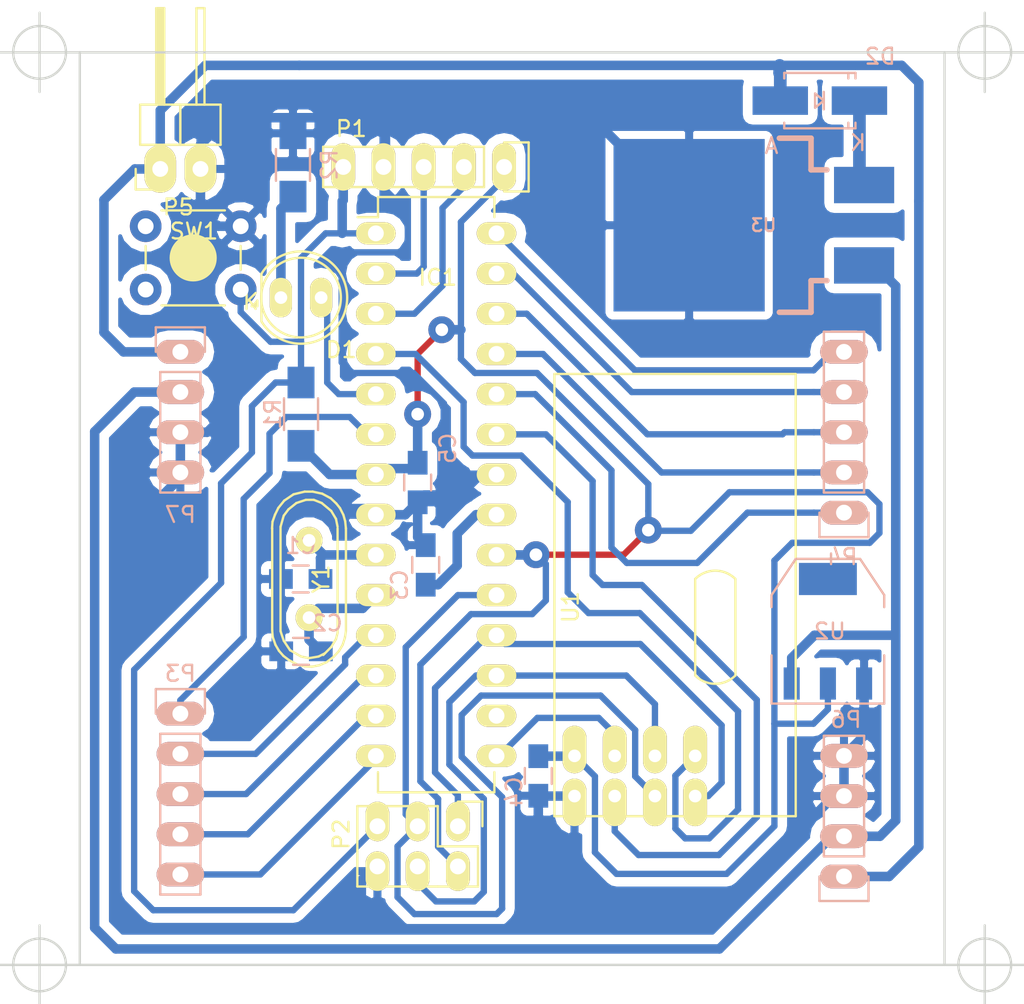
<source format=kicad_pcb>
(kicad_pcb (version 4) (host pcbnew no-bzr-product)

  (general
    (links 65)
    (no_connects 0)
    (area 63.286 33.247999 127.976 97.115)
    (thickness 1.6)
    (drawings 8)
    (tracks 370)
    (zones 0)
    (modules 22)
    (nets 31)
  )

  (page A4)
  (layers
    (0 F.Cu signal)
    (31 B.Cu signal)
    (32 B.Adhes user hide)
    (33 F.Adhes user hide)
    (34 B.Paste user hide)
    (35 F.Paste user hide)
    (36 B.SilkS user)
    (37 F.SilkS user)
    (38 B.Mask user hide)
    (39 F.Mask user hide)
    (40 Dwgs.User user hide)
    (41 Cmts.User user hide)
    (42 Eco1.User user hide)
    (43 Eco2.User user hide)
    (44 Edge.Cuts user)
    (45 Margin user)
    (46 B.CrtYd user)
    (47 F.CrtYd user hide)
    (48 B.Fab user hide)
    (49 F.Fab user hide)
  )

  (setup
    (last_trace_width 0.8)
    (user_trace_width 0.6)
    (user_trace_width 0.8)
    (user_trace_width 1)
    (trace_clearance 0.3)
    (zone_clearance 0.6)
    (zone_45_only no)
    (trace_min 0.4)
    (segment_width 0.2)
    (edge_width 0.15)
    (via_size 1.7)
    (via_drill 0.8)
    (via_min_size 0.4)
    (via_min_drill 0.3)
    (user_via 1.2 0.8)
    (user_via 1.5 1)
    (uvia_size 0.3)
    (uvia_drill 0.1)
    (uvias_allowed no)
    (uvia_min_size 0.2)
    (uvia_min_drill 0.1)
    (pcb_text_width 0.3)
    (pcb_text_size 1.5 1.5)
    (mod_edge_width 0.15)
    (mod_text_size 1 1)
    (mod_text_width 0.15)
    (pad_size 1.524 1.524)
    (pad_drill 0.762)
    (pad_to_mask_clearance 0.2)
    (aux_axis_origin 0 0)
    (grid_origin 84.836 48.387)
    (visible_elements 7FFFFFFF)
    (pcbplotparams
      (layerselection 0x01040_ffffffff)
      (usegerberextensions false)
      (excludeedgelayer true)
      (linewidth 0.100000)
      (plotframeref false)
      (viasonmask true)
      (mode 1)
      (useauxorigin false)
      (hpglpennumber 1)
      (hpglpenspeed 20)
      (hpglpendiameter 15)
      (psnegative false)
      (psa4output false)
      (plotreference true)
      (plotvalue true)
      (plotinvisibletext false)
      (padsonsilk false)
      (subtractmaskfromsilk false)
      (outputformat 1)
      (mirror false)
      (drillshape 0)
      (scaleselection 1)
      (outputdirectory gerber))
  )

  (net 0 "")
  (net 1 +5V)
  (net 2 /~RESET)
  (net 3 GND)
  (net 4 /CE)
  (net 5 /CSN)
  (net 6 /SCK)
  (net 7 /MOSI)
  (net 8 /MISO)
  (net 9 /IRQ)
  (net 10 /RX)
  (net 11 /TX)
  (net 12 /OSC1)
  (net 13 /OSC2)
  (net 14 "Net-(IC1-Pad16)")
  (net 15 "Net-(C3-Pad1)")
  (net 16 VCC)
  (net 17 /LED1)
  (net 18 "Net-(D1-Pad1)")
  (net 19 /IO-1)
  (net 20 /IO-2)
  (net 21 /IO-3)
  (net 22 /IO-4)
  (net 23 /IO-5)
  (net 24 /IO-6)
  (net 25 /IO-7)
  (net 26 /IO-8)
  (net 27 /IO-9)
  (net 28 /IO-10)
  (net 29 +12V)
  (net 30 /Vin)

  (net_class Default "This is the default net class."
    (clearance 0.3)
    (trace_width 0.4)
    (via_dia 1.7)
    (via_drill 0.8)
    (uvia_dia 0.3)
    (uvia_drill 0.1)
    (add_net +12V)
    (add_net +5V)
    (add_net /CE)
    (add_net /CSN)
    (add_net /IO-1)
    (add_net /IO-10)
    (add_net /IO-2)
    (add_net /IO-3)
    (add_net /IO-4)
    (add_net /IO-5)
    (add_net /IO-6)
    (add_net /IO-7)
    (add_net /IO-8)
    (add_net /IO-9)
    (add_net /IRQ)
    (add_net /LED1)
    (add_net /MISO)
    (add_net /MOSI)
    (add_net /OSC1)
    (add_net /OSC2)
    (add_net /RX)
    (add_net /SCK)
    (add_net /TX)
    (add_net /Vin)
    (add_net /~RESET)
    (add_net GND)
    (add_net "Net-(C3-Pad1)")
    (add_net "Net-(D1-Pad1)")
    (add_net "Net-(IC1-Pad16)")
    (add_net VCC)
  )

  (net_class net1 ""
    (clearance 0.4)
    (trace_width 0.6)
    (via_dia 1.7)
    (via_drill 0.8)
    (uvia_dia 0.3)
    (uvia_drill 0.1)
  )

  (module Housings_DIP:DIP-28_W7.62mm_LongPads (layer F.Cu) (tedit 57625947) (tstamp 57600E19)
    (at 87.022449 48.392239)
    (descr "28-lead dip package, row spacing 7.62 mm (300 mils), longer pads")
    (tags "dil dip 2.54 300")
    (path /575FAF83)
    (fp_text reference IC1 (at 3.909551 2.788761) (layer F.SilkS)
      (effects (font (size 1 1) (thickness 0.15)))
    )
    (fp_text value ATMEGA328-P (at 3.909551 -1.529239) (layer F.Fab)
      (effects (font (size 1 1) (thickness 0.15)))
    )
    (fp_line (start -1.4 -2.45) (end -1.4 35.5) (layer F.CrtYd) (width 0.05))
    (fp_line (start 9 -2.45) (end 9 35.5) (layer F.CrtYd) (width 0.05))
    (fp_line (start -1.4 -2.45) (end 9 -2.45) (layer F.CrtYd) (width 0.05))
    (fp_line (start -1.4 35.5) (end 9 35.5) (layer F.CrtYd) (width 0.05))
    (fp_line (start 0.135 -2.295) (end 0.135 -1.025) (layer F.SilkS) (width 0.15))
    (fp_line (start 7.485 -2.295) (end 7.485 -1.025) (layer F.SilkS) (width 0.15))
    (fp_line (start 7.485 35.315) (end 7.485 34.045) (layer F.SilkS) (width 0.15))
    (fp_line (start 0.135 35.315) (end 0.135 34.045) (layer F.SilkS) (width 0.15))
    (fp_line (start 0.135 -2.295) (end 7.485 -2.295) (layer F.SilkS) (width 0.15))
    (fp_line (start 0.135 35.315) (end 7.485 35.315) (layer F.SilkS) (width 0.15))
    (fp_line (start 0.135 -1.025) (end -1.15 -1.025) (layer F.SilkS) (width 0.15))
    (pad 1 thru_hole oval (at 0 0) (size 2.5 1.4) (drill 1) (layers *.Cu *.Mask F.SilkS)
      (net 2 /~RESET))
    (pad 2 thru_hole oval (at 0 2.54) (size 2.5 1.4) (drill 1) (layers *.Cu *.Mask F.SilkS)
      (net 10 /RX))
    (pad 3 thru_hole oval (at 0 5.08) (size 2.5 1.4) (drill 1) (layers *.Cu *.Mask F.SilkS)
      (net 11 /TX))
    (pad 4 thru_hole oval (at 0 7.62) (size 2.5 1.4) (drill 1) (layers *.Cu *.Mask F.SilkS)
      (net 9 /IRQ))
    (pad 5 thru_hole oval (at 0 10.16) (size 2.5 1.4) (drill 1) (layers *.Cu *.Mask F.SilkS)
      (net 17 /LED1))
    (pad 6 thru_hole oval (at 0 12.7) (size 2.5 1.4) (drill 1) (layers *.Cu *.Mask F.SilkS)
      (net 19 /IO-1))
    (pad 7 thru_hole oval (at 0 15.24) (size 2.5 1.4) (drill 1) (layers *.Cu *.Mask F.SilkS)
      (net 16 VCC))
    (pad 8 thru_hole oval (at 0 17.78) (size 2.5 1.4) (drill 1) (layers *.Cu *.Mask F.SilkS)
      (net 3 GND))
    (pad 9 thru_hole oval (at 0 20.32) (size 2.5 1.4) (drill 1) (layers *.Cu *.Mask F.SilkS)
      (net 12 /OSC1))
    (pad 10 thru_hole oval (at 0 22.86) (size 2.5 1.4) (drill 1) (layers *.Cu *.Mask F.SilkS)
      (net 13 /OSC2))
    (pad 11 thru_hole oval (at 0 25.4) (size 2.5 1.4) (drill 1) (layers *.Cu *.Mask F.SilkS)
      (net 20 /IO-2))
    (pad 12 thru_hole oval (at 0 27.94) (size 2.5 1.4) (drill 1) (layers *.Cu *.Mask F.SilkS)
      (net 21 /IO-3))
    (pad 13 thru_hole oval (at 0 30.48) (size 2.5 1.4) (drill 1) (layers *.Cu *.Mask F.SilkS)
      (net 22 /IO-4))
    (pad 14 thru_hole oval (at 0 33.02) (size 2.5 1.4) (drill 1) (layers *.Cu *.Mask F.SilkS)
      (net 23 /IO-5))
    (pad 15 thru_hole oval (at 7.62 33.02) (size 2.5 1.4) (drill 1) (layers *.Cu *.Mask F.SilkS)
      (net 5 /CSN))
    (pad 16 thru_hole oval (at 7.62 30.48) (size 2.5 1.4) (drill 1) (layers *.Cu *.Mask F.SilkS)
      (net 14 "Net-(IC1-Pad16)"))
    (pad 17 thru_hole oval (at 7.62 27.94) (size 2.5 1.4) (drill 1) (layers *.Cu *.Mask F.SilkS)
      (net 7 /MOSI))
    (pad 18 thru_hole oval (at 7.62 25.4) (size 2.5 1.4) (drill 1) (layers *.Cu *.Mask F.SilkS)
      (net 8 /MISO))
    (pad 19 thru_hole oval (at 7.62 22.86) (size 2.5 1.4) (drill 1) (layers *.Cu *.Mask F.SilkS)
      (net 6 /SCK))
    (pad 20 thru_hole oval (at 7.62 20.32) (size 2.5 1.4) (drill 1) (layers *.Cu *.Mask F.SilkS)
      (net 16 VCC))
    (pad 21 thru_hole oval (at 7.62 17.78) (size 2.5 1.4) (drill 1) (layers *.Cu *.Mask F.SilkS)
      (net 15 "Net-(C3-Pad1)"))
    (pad 22 thru_hole oval (at 7.62 15.24) (size 2.5 1.4) (drill 1) (layers *.Cu *.Mask F.SilkS)
      (net 3 GND))
    (pad 23 thru_hole oval (at 7.62 12.7) (size 2.5 1.4) (drill 1) (layers *.Cu *.Mask F.SilkS)
      (net 4 /CE))
    (pad 24 thru_hole oval (at 7.62 10.16) (size 2.5 1.4) (drill 1) (layers *.Cu *.Mask F.SilkS)
      (net 24 /IO-6))
    (pad 25 thru_hole oval (at 7.62 7.62) (size 2.5 1.4) (drill 1) (layers *.Cu *.Mask F.SilkS)
      (net 25 /IO-7))
    (pad 26 thru_hole oval (at 7.62 5.08) (size 2.5 1.4) (drill 1) (layers *.Cu *.Mask F.SilkS)
      (net 26 /IO-8))
    (pad 27 thru_hole oval (at 7.62 2.54) (size 2.5 1.4) (drill 1) (layers *.Cu *.Mask F.SilkS)
      (net 27 /IO-9))
    (pad 28 thru_hole oval (at 7.62 0) (size 2.5 1.4) (drill 1) (layers *.Cu *.Mask F.SilkS)
      (net 28 /IO-10))
    (model Housings_DIP.3dshapes/DIP-28_W7.62mm_LongPads.wrl
      (at (xyz 0 0 0))
      (scale (xyz 1 1 1))
      (rotate (xyz 0 0 0))
    )
  )

  (module Crystals:Crystal_HC49-U_Vertical (layer F.Cu) (tedit 576293BA) (tstamp 57600E90)
    (at 82.804 70.231 270)
    (descr "Crystal Quarz HC49/U vertical stehend")
    (tags "Crystal Quarz HC49/U vertical stehend")
    (path /575FFE81)
    (fp_text reference Y1 (at 0 -0.762 270) (layer F.SilkS)
      (effects (font (size 1 1) (thickness 0.15)))
    )
    (fp_text value 8MHZ (at 0.254 -1.397 270) (layer F.Fab)
      (effects (font (size 1 1) (thickness 0.15)))
    )
    (fp_line (start 4.699 -1.00076) (end 4.89966 -0.59944) (layer F.SilkS) (width 0.15))
    (fp_line (start 4.89966 -0.59944) (end 5.00126 0) (layer F.SilkS) (width 0.15))
    (fp_line (start 5.00126 0) (end 4.89966 0.50038) (layer F.SilkS) (width 0.15))
    (fp_line (start 4.89966 0.50038) (end 4.50088 1.19888) (layer F.SilkS) (width 0.15))
    (fp_line (start 4.50088 1.19888) (end 3.8989 1.6002) (layer F.SilkS) (width 0.15))
    (fp_line (start 3.8989 1.6002) (end 3.29946 1.80086) (layer F.SilkS) (width 0.15))
    (fp_line (start 3.29946 1.80086) (end -3.29946 1.80086) (layer F.SilkS) (width 0.15))
    (fp_line (start -3.29946 1.80086) (end -4.0005 1.6002) (layer F.SilkS) (width 0.15))
    (fp_line (start -4.0005 1.6002) (end -4.39928 1.30048) (layer F.SilkS) (width 0.15))
    (fp_line (start -4.39928 1.30048) (end -4.8006 0.8001) (layer F.SilkS) (width 0.15))
    (fp_line (start -4.8006 0.8001) (end -5.00126 0.20066) (layer F.SilkS) (width 0.15))
    (fp_line (start -5.00126 0.20066) (end -5.00126 -0.29972) (layer F.SilkS) (width 0.15))
    (fp_line (start -5.00126 -0.29972) (end -4.8006 -0.8001) (layer F.SilkS) (width 0.15))
    (fp_line (start -4.8006 -0.8001) (end -4.30022 -1.39954) (layer F.SilkS) (width 0.15))
    (fp_line (start -4.30022 -1.39954) (end -3.79984 -1.69926) (layer F.SilkS) (width 0.15))
    (fp_line (start -3.79984 -1.69926) (end -3.29946 -1.80086) (layer F.SilkS) (width 0.15))
    (fp_line (start -3.2004 -1.80086) (end 3.40106 -1.80086) (layer F.SilkS) (width 0.15))
    (fp_line (start 3.40106 -1.80086) (end 3.79984 -1.69926) (layer F.SilkS) (width 0.15))
    (fp_line (start 3.79984 -1.69926) (end 4.30022 -1.39954) (layer F.SilkS) (width 0.15))
    (fp_line (start 4.30022 -1.39954) (end 4.8006 -0.89916) (layer F.SilkS) (width 0.15))
    (fp_line (start -3.19024 -2.32918) (end -3.64998 -2.28092) (layer F.SilkS) (width 0.15))
    (fp_line (start -3.64998 -2.28092) (end -4.04876 -2.16916) (layer F.SilkS) (width 0.15))
    (fp_line (start -4.04876 -2.16916) (end -4.48056 -1.95072) (layer F.SilkS) (width 0.15))
    (fp_line (start -4.48056 -1.95072) (end -4.77012 -1.71958) (layer F.SilkS) (width 0.15))
    (fp_line (start -4.77012 -1.71958) (end -5.10032 -1.36906) (layer F.SilkS) (width 0.15))
    (fp_line (start -5.10032 -1.36906) (end -5.38988 -0.83058) (layer F.SilkS) (width 0.15))
    (fp_line (start -5.38988 -0.83058) (end -5.51942 -0.23114) (layer F.SilkS) (width 0.15))
    (fp_line (start -5.51942 -0.23114) (end -5.51942 0.2794) (layer F.SilkS) (width 0.15))
    (fp_line (start -5.51942 0.2794) (end -5.34924 0.98044) (layer F.SilkS) (width 0.15))
    (fp_line (start -5.34924 0.98044) (end -4.95046 1.56972) (layer F.SilkS) (width 0.15))
    (fp_line (start -4.95046 1.56972) (end -4.49072 1.94056) (layer F.SilkS) (width 0.15))
    (fp_line (start -4.49072 1.94056) (end -4.06908 2.14884) (layer F.SilkS) (width 0.15))
    (fp_line (start -4.06908 2.14884) (end -3.6195 2.30886) (layer F.SilkS) (width 0.15))
    (fp_line (start -3.6195 2.30886) (end -3.18008 2.33934) (layer F.SilkS) (width 0.15))
    (fp_line (start 4.16052 2.1209) (end 4.53898 1.89992) (layer F.SilkS) (width 0.15))
    (fp_line (start 4.53898 1.89992) (end 4.85902 1.62052) (layer F.SilkS) (width 0.15))
    (fp_line (start 4.85902 1.62052) (end 5.11048 1.29032) (layer F.SilkS) (width 0.15))
    (fp_line (start 5.11048 1.29032) (end 5.4102 0.73914) (layer F.SilkS) (width 0.15))
    (fp_line (start 5.4102 0.73914) (end 5.51942 0.26924) (layer F.SilkS) (width 0.15))
    (fp_line (start 5.51942 0.26924) (end 5.53974 -0.1905) (layer F.SilkS) (width 0.15))
    (fp_line (start 5.53974 -0.1905) (end 5.45084 -0.65024) (layer F.SilkS) (width 0.15))
    (fp_line (start 5.45084 -0.65024) (end 5.26034 -1.09982) (layer F.SilkS) (width 0.15))
    (fp_line (start 5.26034 -1.09982) (end 4.89966 -1.56972) (layer F.SilkS) (width 0.15))
    (fp_line (start 4.89966 -1.56972) (end 4.54914 -1.88976) (layer F.SilkS) (width 0.15))
    (fp_line (start 4.54914 -1.88976) (end 4.16052 -2.1209) (layer F.SilkS) (width 0.15))
    (fp_line (start 4.16052 -2.1209) (end 3.73126 -2.2606) (layer F.SilkS) (width 0.15))
    (fp_line (start 3.73126 -2.2606) (end 3.2893 -2.32918) (layer F.SilkS) (width 0.15))
    (fp_line (start -3.2004 2.32918) (end 3.2512 2.32918) (layer F.SilkS) (width 0.15))
    (fp_line (start 3.2512 2.32918) (end 3.6703 2.29108) (layer F.SilkS) (width 0.15))
    (fp_line (start 3.6703 2.29108) (end 4.16052 2.1209) (layer F.SilkS) (width 0.15))
    (fp_line (start -3.2004 -2.32918) (end 3.2512 -2.32918) (layer F.SilkS) (width 0.15))
    (pad 1 thru_hole circle (at -2.44094 0 270) (size 1.7 1.7) (drill 0.8001) (layers *.Cu *.Mask F.SilkS)
      (net 12 /OSC1))
    (pad 2 thru_hole circle (at 2.44094 0 270) (size 1.7 1.7) (drill 0.8001) (layers *.Cu *.Mask F.SilkS)
      (net 13 /OSC2))
  )

  (module Nrf_Module:Nrf2401+ (layer F.Cu) (tedit 5763A92E) (tstamp 5760D68D)
    (at 99.568 83.947 90)
    (tags nrf24)
    (path /5760CD47)
    (attr smd)
    (fp_text reference U1 (at 11.938 -0.254 270) (layer F.SilkS)
      (effects (font (size 1 1) (thickness 0.15)))
    )
    (fp_text value Nrf2401+ (at 5.334 6.096) (layer F.Fab)
      (effects (font (size 1 1) (thickness 0.15)))
    )
    (fp_line (start 7.62 10.16) (end 13.716 10.16) (layer F.SilkS) (width 0.15))
    (fp_line (start 7.62 7.62) (end 13.716 7.62) (layer F.SilkS) (width 0.15))
    (fp_arc (start 12.446 8.89) (end 13.716 7.62) (angle 90) (layer F.SilkS) (width 0.15))
    (fp_arc (start 8.89 8.89) (end 7.62 10.16) (angle 90) (layer F.SilkS) (width 0.15))
    (fp_line (start -1.27 13.97) (end 26.67 13.97) (layer F.SilkS) (width 0.15))
    (fp_line (start 26.67 13.97) (end 26.67 -1.27) (layer F.SilkS) (width 0.15))
    (fp_line (start -1.27 -1.27) (end -1.27 13.97) (layer F.SilkS) (width 0.15))
    (fp_line (start -1.27 -1.27) (end 26.67 -1.27) (layer F.SilkS) (width 0.15))
    (pad 1 thru_hole oval (at 0 0 90) (size 3 1.5) (drill 0.8 (offset -0.4 0)) (layers *.Cu *.Mask F.SilkS)
      (net 3 GND))
    (pad 3 thru_hole oval (at 0 2.54 90) (size 3 1.5) (drill 0.8 (offset -0.4 0)) (layers *.Cu *.Mask F.SilkS)
      (net 4 /CE))
    (pad 2 thru_hole oval (at 2.54 0 90) (size 3 1.5) (drill 0.8 (offset 0.4 0)) (layers *.Cu *.Mask F.SilkS)
      (net 16 VCC))
    (pad 4 thru_hole oval (at 2.54 2.54 90) (size 3 1.5) (drill 0.8 (offset 0.4 0)) (layers *.Cu *.Mask F.SilkS)
      (net 5 /CSN))
    (pad 5 thru_hole oval (at 0 5.08 90) (size 3 1.5) (drill 0.8 (offset -0.4 0)) (layers *.Cu *.Mask F.SilkS)
      (net 6 /SCK))
    (pad 6 thru_hole oval (at 2.54 5.08 90) (size 3 1.5) (drill 0.8 (offset 0.4 0)) (layers *.Cu *.Mask F.SilkS)
      (net 7 /MOSI))
    (pad 7 thru_hole oval (at 0 7.62 90) (size 3 1.5) (drill 0.8 (offset -0.4 0)) (layers *.Cu *.Mask F.SilkS)
      (net 8 /MISO))
    (pad 8 thru_hole oval (at 2.54 7.62 90) (size 3 1.5) (drill 0.8 (offset 0.4 0)) (layers *.Cu *.Mask F.SilkS)
      (net 9 /IRQ))
  )

  (module Resistors_SMD:R_1206_HandSoldering (layer B.Cu) (tedit 5418A20D) (tstamp 57614C8F)
    (at 81.788 44.069 90)
    (descr "Resistor SMD 1206, hand soldering")
    (tags "resistor 1206")
    (path /5761371F)
    (attr smd)
    (fp_text reference R2 (at 0 2.3 90) (layer B.SilkS)
      (effects (font (size 1 1) (thickness 0.15)) (justify mirror))
    )
    (fp_text value 100 (at 0 -2.3 90) (layer B.Fab)
      (effects (font (size 1 1) (thickness 0.15)) (justify mirror))
    )
    (fp_line (start -3.3 1.2) (end 3.3 1.2) (layer B.CrtYd) (width 0.05))
    (fp_line (start -3.3 -1.2) (end 3.3 -1.2) (layer B.CrtYd) (width 0.05))
    (fp_line (start -3.3 1.2) (end -3.3 -1.2) (layer B.CrtYd) (width 0.05))
    (fp_line (start 3.3 1.2) (end 3.3 -1.2) (layer B.CrtYd) (width 0.05))
    (fp_line (start 1 -1.075) (end -1 -1.075) (layer B.SilkS) (width 0.15))
    (fp_line (start -1 1.075) (end 1 1.075) (layer B.SilkS) (width 0.15))
    (pad 1 smd rect (at -2 0 90) (size 2 1.7) (layers B.Cu B.Paste B.Mask)
      (net 18 "Net-(D1-Pad1)"))
    (pad 2 smd rect (at 2 0 90) (size 2 1.7) (layers B.Cu B.Paste B.Mask)
      (net 3 GND))
    (model Resistors_SMD.3dshapes/R_1206_HandSoldering.wrl
      (at (xyz 0 0 0))
      (scale (xyz 1 1 1))
      (rotate (xyz 0 0 0))
    )
  )

  (module Diodes_SMD:SMA_Handsoldering (layer B.Cu) (tedit 552FF1AB) (tstamp 57626BAA)
    (at 115.062 40.005 180)
    (descr "Diode SMA Handsoldering")
    (tags "Diode SMA Handsoldering")
    (path /57617947)
    (attr smd)
    (fp_text reference D2 (at -3.81 2.794 180) (layer B.SilkS)
      (effects (font (size 1 1) (thickness 0.15)) (justify mirror))
    )
    (fp_text value 1N4004 (at 0.762 2.921) (layer B.Fab)
      (effects (font (size 1 1) (thickness 0.15)) (justify mirror))
    )
    (fp_line (start -4.5 2) (end 4.5 2) (layer B.CrtYd) (width 0.05))
    (fp_line (start 4.5 2) (end 4.5 -2) (layer B.CrtYd) (width 0.05))
    (fp_line (start 4.5 -2) (end -4.5 -2) (layer B.CrtYd) (width 0.05))
    (fp_line (start -4.5 -2) (end -4.5 2) (layer B.CrtYd) (width 0.05))
    (fp_line (start -0.25 0) (end 0.3 0.45) (layer B.SilkS) (width 0.15))
    (fp_line (start 0.3 0.45) (end 0.3 -0.45) (layer B.SilkS) (width 0.15))
    (fp_line (start 0.3 -0.45) (end -0.25 0) (layer B.SilkS) (width 0.15))
    (fp_line (start -0.25 0.55) (end -0.25 -0.55) (layer B.SilkS) (width 0.15))
    (fp_text user K (at -2.413 -2.667 180) (layer B.SilkS)
      (effects (font (size 1 1) (thickness 0.15)) (justify mirror))
    )
    (fp_text user A (at 3.05 -2.85 180) (layer B.SilkS)
      (effects (font (size 1 1) (thickness 0.15)) (justify mirror))
    )
    (fp_line (start -1.79914 -1.75006) (end -1.79914 -1.39954) (layer B.SilkS) (width 0.15))
    (fp_line (start -1.79914 1.75006) (end -1.79914 1.39954) (layer B.SilkS) (width 0.15))
    (fp_line (start 2.25044 -1.75006) (end 2.25044 -1.39954) (layer B.SilkS) (width 0.15))
    (fp_line (start -2.25044 -1.75006) (end -2.25044 -1.39954) (layer B.SilkS) (width 0.15))
    (fp_line (start -2.25044 1.75006) (end -2.25044 1.39954) (layer B.SilkS) (width 0.15))
    (fp_line (start 2.25044 1.75006) (end 2.25044 1.39954) (layer B.SilkS) (width 0.15))
    (fp_line (start -2.25044 -1.75006) (end 2.25044 -1.75006) (layer B.SilkS) (width 0.15))
    (fp_line (start -2.25044 1.75006) (end 2.25044 1.75006) (layer B.SilkS) (width 0.15))
    (pad 1 smd rect (at -2.49936 0 180) (size 3.50012 1.80086) (layers B.Cu B.Paste B.Mask)
      (net 29 +12V))
    (pad 2 smd rect (at 2.49936 0 180) (size 3.50012 1.80086) (layers B.Cu B.Paste B.Mask)
      (net 30 /Vin))
    (model Diodes_SMD.3dshapes/SMA_Handsoldering.wrl
      (at (xyz 0 0 0))
      (scale (xyz 0.3937 0.3937 0.3937))
      (rotate (xyz 0 0 180))
    )
  )

  (module smd-semi:TO-263 (layer B.Cu) (tedit 57664A66) (tstamp 5762BB8A)
    (at 111.506 47.879 180)
    (path /57622190)
    (attr smd)
    (fp_text reference U3 (at 0 0 180) (layer B.SilkS)
      (effects (font (size 0.8 0.8) (thickness 0.15)) (justify mirror))
    )
    (fp_text value MC78M05CDT (at 0 0 180) (layer B.Fab)
      (effects (font (size 0.8 0.8) (thickness 0.15)) (justify mirror))
    )
    (fp_line (start -5.5 5) (end 8 5) (layer B.Fab) (width 0.15))
    (fp_line (start 8 5) (end 8 -5) (layer B.Fab) (width 0.15))
    (fp_line (start 8 -5) (end -5.5 -5) (layer B.Fab) (width 0.15))
    (fp_line (start -5.5 -5) (end -5.5 5) (layer B.Fab) (width 0.15))
    (fp_line (start -1 -5.5) (end -3 -5.5) (layer B.SilkS) (width 0.35))
    (fp_line (start -3 -5.5) (end -3 -3.5) (layer B.SilkS) (width 0.35))
    (fp_line (start -3 -3.5) (end -4 -3.5) (layer B.SilkS) (width 0.35))
    (fp_line (start -3 5.5) (end -3 3.5) (layer B.SilkS) (width 0.35))
    (fp_line (start -3 3.5) (end -4 3.5) (layer B.SilkS) (width 0.35))
    (fp_line (start -1 5.5) (end -3 5.5) (layer B.SilkS) (width 0.35))
    (fp_line (start -8.5 6) (end 10 6) (layer B.CrtYd) (width 0.15))
    (fp_line (start 10 6) (end 10 -6) (layer B.CrtYd) (width 0.15))
    (fp_line (start 10 -6) (end -8.5 -6) (layer B.CrtYd) (width 0.15))
    (fp_line (start -8.5 -6) (end -8.5 6) (layer B.CrtYd) (width 0.15))
    (pad 1 smd rect (at -6.35 2.54) (size 3.8 2.3) (layers B.Cu B.Paste B.Mask)
      (net 29 +12V))
    (pad 3 smd rect (at -6.35 -2.54) (size 3.8 2.3) (layers B.Cu B.Paste B.Mask)
      (net 1 +5V))
    (pad 2 smd rect (at 4.7 0) (size 9.55 10.9) (layers B.Cu B.Mask)
      (net 3 GND))
    (pad "" smd rect (at 1.5 0) (size 2.3 2.3) (layers B.Paste))
    (pad "" smd rect (at 5 0) (size 2.3 2.3) (layers B.Paste))
    (pad "" smd rect (at 1.5 3) (size 2.3 2.3) (layers B.Paste))
    (pad "" smd rect (at 5 3) (size 2.3 2.3) (layers B.Paste))
    (pad "" smd rect (at 1.5 -3) (size 2.3 2.3) (layers B.Paste))
    (pad "" smd rect (at 5 -3) (size 2.3 2.3) (layers B.Paste))
    (model smd_trans/d2-pak.wrl
      (at (xyz -0.03 0 0))
      (scale (xyz 1 1 1))
      (rotate (xyz 0 0 90))
    )
  )

  (module Pin_Headers:Pin_Header_Straight_1x04 (layer B.Cu) (tedit 5763A79D) (tstamp 5763049F)
    (at 74.676 55.88 180)
    (descr "Through hole pin header")
    (tags "pin header")
    (path /57623E36)
    (fp_text reference P7 (at 0 -10.287 180) (layer B.SilkS)
      (effects (font (size 1 1) (thickness 0.15)) (justify mirror))
    )
    (fp_text value COMMON_2 (at 2.667 -3.683 270) (layer B.Fab)
      (effects (font (size 1 1) (thickness 0.15)) (justify mirror))
    )
    (fp_line (start -1.75 1.75) (end -1.75 -9.4) (layer B.CrtYd) (width 0.05))
    (fp_line (start 1.75 1.75) (end 1.75 -9.4) (layer B.CrtYd) (width 0.05))
    (fp_line (start -1.75 1.75) (end 1.75 1.75) (layer B.CrtYd) (width 0.05))
    (fp_line (start -1.75 -9.4) (end 1.75 -9.4) (layer B.CrtYd) (width 0.05))
    (fp_line (start -1.27 -1.27) (end -1.27 -8.89) (layer B.SilkS) (width 0.15))
    (fp_line (start 1.27 -1.27) (end 1.27 -8.89) (layer B.SilkS) (width 0.15))
    (fp_line (start 1.55 1.55) (end 1.55 0) (layer B.SilkS) (width 0.15))
    (fp_line (start -1.27 -8.89) (end 1.27 -8.89) (layer B.SilkS) (width 0.15))
    (fp_line (start 1.27 -1.27) (end -1.27 -1.27) (layer B.SilkS) (width 0.15))
    (fp_line (start -1.55 0) (end -1.55 1.55) (layer B.SilkS) (width 0.15))
    (fp_line (start -1.55 1.55) (end 1.55 1.55) (layer B.SilkS) (width 0.15))
    (pad 1 thru_hole oval (at 0 0 180) (size 3 1.5) (drill 1) (layers *.Cu *.Mask B.SilkS)
      (net 30 /Vin))
    (pad 2 thru_hole oval (at 0 -2.54 180) (size 3 1.5) (drill 1) (layers *.Cu *.Mask B.SilkS)
      (net 1 +5V))
    (pad 3 thru_hole oval (at 0 -5.08 180) (size 3 1.5) (drill 1) (layers *.Cu *.Mask B.SilkS)
      (net 3 GND))
    (pad 4 thru_hole oval (at 0 -7.62 180) (size 3 1.5) (drill 1) (layers *.Cu *.Mask B.SilkS)
      (net 3 GND))
    (model Pin_Headers.3dshapes/Pin_Header_Straight_1x04.wrl
      (at (xyz 0 -0.15 0))
      (scale (xyz 1 1 1))
      (rotate (xyz 0 0 90))
    )
  )

  (module Buttons_Switches_ThroughHole:SW_TH_Tactile_Omron_B3F-10xx (layer F.Cu) (tedit 57629831) (tstamp 5762C8DF)
    (at 78.486 51.943 180)
    (descr SW_TH_Tactile_Omron_B3F-10xx)
    (tags "Omron B3F-10xx")
    (path /5762919E)
    (fp_text reference SW1 (at 2.952 3.683 180) (layer F.SilkS)
      (effects (font (size 1 1) (thickness 0.15)))
    )
    (fp_text value RESET (at 2.952 1.778 180) (layer F.Fab)
      (effects (font (size 1 1) (thickness 0.15)))
    )
    (fp_line (start -0.95 -1) (end -0.95 -0.9) (layer F.SilkS) (width 0.15))
    (fp_line (start -1.05 -1.05) (end -0.7 -1.05) (layer F.SilkS) (width 0.15))
    (fp_arc (start 0 0) (end -1.05 -0.7) (angle 22.61986495) (layer F.SilkS) (width 0.15))
    (fp_line (start -1.05 -1.05) (end -1.05 -0.7) (layer F.SilkS) (width 0.15))
    (fp_line (start 7.15 -1.15) (end 0.45 -1.15) (layer F.CrtYd) (width 0.05))
    (fp_line (start 7.15 5.15) (end 7.15 -1.15) (layer F.CrtYd) (width 0.05))
    (fp_line (start -1.15 5.15) (end 7.15 5.15) (layer F.CrtYd) (width 0.05))
    (fp_line (start -1.15 0) (end -1.15 5.15) (layer F.CrtYd) (width 0.05))
    (fp_line (start -1.15 -1.15) (end 0.45 -1.15) (layer F.CrtYd) (width 0.05))
    (fp_line (start -1.15 0) (end -1.15 -1.15) (layer F.CrtYd) (width 0.05))
    (fp_circle (center 3 2) (end 4 3) (layer F.SilkS) (width 0.15))
    (fp_line (start 1 5) (end 5 5) (layer F.SilkS) (width 0.15))
    (fp_line (start 1 -1) (end 5 -1) (layer F.SilkS) (width 0.15))
    (fp_line (start 0 2.75) (end 0 1.25) (layer F.SilkS) (width 0.15))
    (fp_line (start 6 1.25) (end 6 2.75) (layer F.SilkS) (width 0.15))
    (fp_line (start 0 2) (end 0 2) (layer F.SilkS) (width 0))
    (fp_line (start 5 5) (end 1 5) (layer F.SilkS) (width 0))
    (fp_line (start 5 -1) (end 1 -1) (layer F.SilkS) (width 0))
    (fp_line (start 6 2) (end 6 2) (layer F.SilkS) (width 0))
    (fp_circle (center 3 2) (end 4 3) (layer F.SilkS) (width 0))
    (pad 3 thru_hole circle (at 6 4 180) (size 2 2) (drill 1) (layers *.Cu *.Mask))
    (pad 2 thru_hole circle (at 0 4 180) (size 2 2) (drill 1) (layers *.Cu *.Mask)
      (net 3 GND))
    (pad 4 thru_hole circle (at 6 0 180) (size 2 2) (drill 1) (layers *.Cu *.Mask))
    (pad 1 thru_hole circle (at 0 0 180) (size 2 2) (drill 1) (layers *.Cu *.Mask)
      (net 2 /~RESET))
  )

  (module Pin_Headers:Pin_Header_Straight_2x03 (layer F.Cu) (tedit 5763A8D6) (tstamp 57600DE7)
    (at 92.202 85.852 270)
    (descr "Through hole pin header")
    (tags "pin header")
    (path /575FC553)
    (fp_text reference P2 (at 0.508 7.366 270) (layer F.SilkS)
      (effects (font (size 1 1) (thickness 0.15)))
    )
    (fp_text value ICSP (at 5.08 2.54) (layer F.Fab)
      (effects (font (size 1 1) (thickness 0.15)))
    )
    (fp_line (start -1.27 1.27) (end -1.27 6.35) (layer F.SilkS) (width 0.15))
    (fp_line (start -1.55 -1.55) (end 0 -1.55) (layer F.SilkS) (width 0.15))
    (fp_line (start -1.75 -1.75) (end -1.75 6.85) (layer F.CrtYd) (width 0.05))
    (fp_line (start 4.3 -1.75) (end 4.3 6.85) (layer F.CrtYd) (width 0.05))
    (fp_line (start -1.75 -1.75) (end 4.3 -1.75) (layer F.CrtYd) (width 0.05))
    (fp_line (start -1.75 6.85) (end 4.3 6.85) (layer F.CrtYd) (width 0.05))
    (fp_line (start 1.27 -1.27) (end 1.27 1.27) (layer F.SilkS) (width 0.15))
    (fp_line (start 1.27 1.27) (end -1.27 1.27) (layer F.SilkS) (width 0.15))
    (fp_line (start -1.27 6.35) (end 3.81 6.35) (layer F.SilkS) (width 0.15))
    (fp_line (start 3.81 6.35) (end 3.81 1.27) (layer F.SilkS) (width 0.15))
    (fp_line (start -1.55 -1.55) (end -1.55 0) (layer F.SilkS) (width 0.15))
    (fp_line (start 3.81 -1.27) (end 1.27 -1.27) (layer F.SilkS) (width 0.15))
    (fp_line (start 3.81 1.27) (end 3.81 -1.27) (layer F.SilkS) (width 0.15))
    (pad 1 thru_hole oval (at 0 0 270) (size 2.5 1.5) (drill 1 (offset -0.3 0)) (layers *.Cu *.Mask F.SilkS)
      (net 8 /MISO))
    (pad 2 thru_hole oval (at 2.54 0 270) (size 2.5 1.5) (drill 1 (offset 0.3 0)) (layers *.Cu *.Mask F.SilkS)
      (net 16 VCC))
    (pad 3 thru_hole oval (at 0 2.54 270) (size 2.5 1.5) (drill 1 (offset -0.3 0)) (layers *.Cu *.Mask F.SilkS)
      (net 6 /SCK))
    (pad 4 thru_hole oval (at 2.54 2.54 270) (size 2.5 1.5) (drill 1 (offset 0.3 0)) (layers *.Cu *.Mask F.SilkS)
      (net 7 /MOSI))
    (pad 5 thru_hole oval (at 0 5.08 270) (size 2.5 1.5) (drill 1 (offset -0.3 0)) (layers *.Cu *.Mask F.SilkS)
      (net 2 /~RESET))
    (pad 6 thru_hole oval (at 2.54 5.08 270) (size 2.5 1.5) (drill 1 (offset 0.3 0)) (layers *.Cu *.Mask F.SilkS)
      (net 3 GND))
    (model Pin_Headers.3dshapes/Pin_Header_Straight_2x03.wrl
      (at (xyz 0.05 -0.1 0))
      (scale (xyz 1 1 1))
      (rotate (xyz 0 0 90))
    )
  )

  (module Capacitors_SMD:C_0805_HandSoldering (layer B.Cu) (tedit 541A9B8D) (tstamp 57600F72)
    (at 97.282 82.677 90)
    (descr "Capacitor SMD 0805, hand soldering")
    (tags "capacitor 0805")
    (path /575FBCDC)
    (attr smd)
    (fp_text reference C4 (at -1.016 -1.524 90) (layer B.SilkS)
      (effects (font (size 1 1) (thickness 0.15)) (justify mirror))
    )
    (fp_text value .1uF (at 1.905 -1.524 90) (layer B.Fab)
      (effects (font (size 1 1) (thickness 0.15)) (justify mirror))
    )
    (fp_line (start -2.3 1) (end 2.3 1) (layer B.CrtYd) (width 0.05))
    (fp_line (start -2.3 -1) (end 2.3 -1) (layer B.CrtYd) (width 0.05))
    (fp_line (start -2.3 1) (end -2.3 -1) (layer B.CrtYd) (width 0.05))
    (fp_line (start 2.3 1) (end 2.3 -1) (layer B.CrtYd) (width 0.05))
    (fp_line (start 0.5 0.85) (end -0.5 0.85) (layer B.SilkS) (width 0.15))
    (fp_line (start -0.5 -0.85) (end 0.5 -0.85) (layer B.SilkS) (width 0.15))
    (pad 1 smd rect (at -1.25 0 90) (size 1.5 1.25) (layers B.Cu B.Paste B.Mask)
      (net 3 GND))
    (pad 2 smd rect (at 1.25 0 90) (size 1.5 1.25) (layers B.Cu B.Paste B.Mask)
      (net 16 VCC))
    (model Capacitors_SMD.3dshapes/C_0805_HandSoldering.wrl
      (at (xyz 0 0 0))
      (scale (xyz 1 1 1))
      (rotate (xyz 0 0 0))
    )
  )

  (module Pin_Headers:Pin_Header_Straight_1x04 (layer B.Cu) (tedit 5763A6F4) (tstamp 5762F71E)
    (at 116.586 89.027)
    (descr "Through hole pin header")
    (tags "pin header")
    (path /57622EE2)
    (fp_text reference P6 (at 0.127 -9.906) (layer B.SilkS)
      (effects (font (size 1 1) (thickness 0.15)) (justify mirror))
    )
    (fp_text value COMMON_1 (at 2.54 -3.302 90) (layer B.Fab)
      (effects (font (size 1 1) (thickness 0.15)) (justify mirror))
    )
    (fp_line (start -1.75 1.75) (end -1.75 -9.4) (layer B.CrtYd) (width 0.05))
    (fp_line (start 1.75 1.75) (end 1.75 -9.4) (layer B.CrtYd) (width 0.05))
    (fp_line (start -1.75 1.75) (end 1.75 1.75) (layer B.CrtYd) (width 0.05))
    (fp_line (start -1.75 -9.4) (end 1.75 -9.4) (layer B.CrtYd) (width 0.05))
    (fp_line (start -1.27 -1.27) (end -1.27 -8.89) (layer B.SilkS) (width 0.15))
    (fp_line (start 1.27 -1.27) (end 1.27 -8.89) (layer B.SilkS) (width 0.15))
    (fp_line (start 1.55 1.55) (end 1.55 0) (layer B.SilkS) (width 0.15))
    (fp_line (start -1.27 -8.89) (end 1.27 -8.89) (layer B.SilkS) (width 0.15))
    (fp_line (start 1.27 -1.27) (end -1.27 -1.27) (layer B.SilkS) (width 0.15))
    (fp_line (start -1.55 0) (end -1.55 1.55) (layer B.SilkS) (width 0.15))
    (fp_line (start -1.55 1.55) (end 1.55 1.55) (layer B.SilkS) (width 0.15))
    (pad 1 thru_hole oval (at 0 0) (size 3 1.5) (drill 1) (layers *.Cu *.Mask B.SilkS)
      (net 30 /Vin))
    (pad 2 thru_hole oval (at 0 -2.54) (size 3 1.5) (drill 1) (layers *.Cu *.Mask B.SilkS)
      (net 1 +5V))
    (pad 3 thru_hole oval (at 0 -5.08) (size 3 1.5) (drill 1) (layers *.Cu *.Mask B.SilkS)
      (net 3 GND))
    (pad 4 thru_hole oval (at 0 -7.62) (size 3 1.5) (drill 1) (layers *.Cu *.Mask B.SilkS)
      (net 3 GND))
    (model Pin_Headers.3dshapes/Pin_Header_Straight_1x04.wrl
      (at (xyz 0 -0.15 0))
      (scale (xyz 1 1 1))
      (rotate (xyz 0 0 90))
    )
  )

  (module Capacitors_SMD:C_0805_HandSoldering (layer B.Cu) (tedit 541A9B8D) (tstamp 57600F50)
    (at 90.17 69.342 90)
    (descr "Capacitor SMD 0805, hand soldering")
    (tags "capacitor 0805")
    (path /575FC024)
    (attr smd)
    (fp_text reference C3 (at -1.27 -1.651 90) (layer B.SilkS)
      (effects (font (size 1 1) (thickness 0.15)) (justify mirror))
    )
    (fp_text value .1uF (at 1.143 -1.651 90) (layer B.Fab)
      (effects (font (size 1 1) (thickness 0.15)) (justify mirror))
    )
    (fp_line (start -2.3 1) (end 2.3 1) (layer B.CrtYd) (width 0.05))
    (fp_line (start -2.3 -1) (end 2.3 -1) (layer B.CrtYd) (width 0.05))
    (fp_line (start -2.3 1) (end -2.3 -1) (layer B.CrtYd) (width 0.05))
    (fp_line (start 2.3 1) (end 2.3 -1) (layer B.CrtYd) (width 0.05))
    (fp_line (start 0.5 0.85) (end -0.5 0.85) (layer B.SilkS) (width 0.15))
    (fp_line (start -0.5 -0.85) (end 0.5 -0.85) (layer B.SilkS) (width 0.15))
    (pad 1 smd rect (at -1.25 0 90) (size 1.5 1.25) (layers B.Cu B.Paste B.Mask)
      (net 15 "Net-(C3-Pad1)"))
    (pad 2 smd rect (at 1.25 0 90) (size 1.5 1.25) (layers B.Cu B.Paste B.Mask)
      (net 3 GND))
    (model Capacitors_SMD.3dshapes/C_0805_HandSoldering.wrl
      (at (xyz 0 0 0))
      (scale (xyz 1 1 1))
      (rotate (xyz 0 0 0))
    )
  )

  (module Pin_Headers:Pin_Header_Straight_1x05 (layer F.Cu) (tedit 5763A7D3) (tstamp 576124E9)
    (at 95.123 44.196 270)
    (descr "Through hole pin header")
    (tags "pin header")
    (path /57611B5C)
    (fp_text reference P1 (at -2.413 9.652) (layer F.SilkS)
      (effects (font (size 1 1) (thickness 0.15)))
    )
    (fp_text value Serial (at -2.413 1.27) (layer F.Fab)
      (effects (font (size 1 1) (thickness 0.15)))
    )
    (fp_line (start -1.55 0) (end -1.55 -1.55) (layer F.SilkS) (width 0.15))
    (fp_line (start -1.55 -1.55) (end 1.55 -1.55) (layer F.SilkS) (width 0.15))
    (fp_line (start 1.55 -1.55) (end 1.55 0) (layer F.SilkS) (width 0.15))
    (fp_line (start -1.75 -1.75) (end -1.75 11.95) (layer F.CrtYd) (width 0.05))
    (fp_line (start 1.75 -1.75) (end 1.75 11.95) (layer F.CrtYd) (width 0.05))
    (fp_line (start -1.75 -1.75) (end 1.75 -1.75) (layer F.CrtYd) (width 0.05))
    (fp_line (start -1.75 11.95) (end 1.75 11.95) (layer F.CrtYd) (width 0.05))
    (fp_line (start 1.27 1.27) (end 1.27 11.43) (layer F.SilkS) (width 0.15))
    (fp_line (start 1.27 11.43) (end -1.27 11.43) (layer F.SilkS) (width 0.15))
    (fp_line (start -1.27 11.43) (end -1.27 1.27) (layer F.SilkS) (width 0.15))
    (fp_line (start 1.27 1.27) (end -1.27 1.27) (layer F.SilkS) (width 0.15))
    (pad 1 thru_hole oval (at 0 0 270) (size 3 1.5) (drill 1) (layers *.Cu *.Mask F.SilkS)
      (net 16 VCC))
    (pad 2 thru_hole oval (at 0 2.54 270) (size 3 1.5) (drill 1) (layers *.Cu *.Mask F.SilkS)
      (net 11 /TX))
    (pad 3 thru_hole oval (at 0 5.08 270) (size 3 1.5) (drill 1) (layers *.Cu *.Mask F.SilkS)
      (net 10 /RX))
    (pad 4 thru_hole oval (at 0 7.62 270) (size 3 1.5) (drill 1) (layers *.Cu *.Mask F.SilkS)
      (net 3 GND))
    (pad 5 thru_hole oval (at 0 10.16 270) (size 3 1.5) (drill 1) (layers *.Cu *.Mask F.SilkS)
      (net 2 /~RESET))
    (model Pin_Headers.3dshapes/Pin_Header_Straight_1x05.wrl
      (at (xyz 0 -0.2 0))
      (scale (xyz 1 1 1))
      (rotate (xyz 0 0 90))
    )
  )

  (module Pin_Headers:Pin_Header_Straight_1x05 (layer B.Cu) (tedit 5763A741) (tstamp 576158FC)
    (at 74.676 78.74 180)
    (descr "Through hole pin header")
    (tags "pin header")
    (path /576166C0)
    (fp_text reference P3 (at 0 2.54 180) (layer B.SilkS)
      (effects (font (size 1 1) (thickness 0.15)) (justify mirror))
    )
    (fp_text value CONN_01X05 (at 2.794 -5.08 270) (layer B.Fab)
      (effects (font (size 1 1) (thickness 0.15)) (justify mirror))
    )
    (fp_line (start -1.55 0) (end -1.55 1.55) (layer B.SilkS) (width 0.15))
    (fp_line (start -1.55 1.55) (end 1.55 1.55) (layer B.SilkS) (width 0.15))
    (fp_line (start 1.55 1.55) (end 1.55 0) (layer B.SilkS) (width 0.15))
    (fp_line (start -1.75 1.75) (end -1.75 -11.95) (layer B.CrtYd) (width 0.05))
    (fp_line (start 1.75 1.75) (end 1.75 -11.95) (layer B.CrtYd) (width 0.05))
    (fp_line (start -1.75 1.75) (end 1.75 1.75) (layer B.CrtYd) (width 0.05))
    (fp_line (start -1.75 -11.95) (end 1.75 -11.95) (layer B.CrtYd) (width 0.05))
    (fp_line (start 1.27 -1.27) (end 1.27 -11.43) (layer B.SilkS) (width 0.15))
    (fp_line (start 1.27 -11.43) (end -1.27 -11.43) (layer B.SilkS) (width 0.15))
    (fp_line (start -1.27 -11.43) (end -1.27 -1.27) (layer B.SilkS) (width 0.15))
    (fp_line (start 1.27 -1.27) (end -1.27 -1.27) (layer B.SilkS) (width 0.15))
    (pad 1 thru_hole oval (at 0 0 180) (size 3 1.5) (drill 1) (layers *.Cu *.Mask B.SilkS)
      (net 19 /IO-1))
    (pad 2 thru_hole oval (at 0 -2.54 180) (size 3 1.5) (drill 1) (layers *.Cu *.Mask B.SilkS)
      (net 20 /IO-2))
    (pad 3 thru_hole oval (at 0 -5.08 180) (size 3 1.5) (drill 1) (layers *.Cu *.Mask B.SilkS)
      (net 21 /IO-3))
    (pad 4 thru_hole oval (at 0 -7.62 180) (size 3 1.5) (drill 1) (layers *.Cu *.Mask B.SilkS)
      (net 22 /IO-4))
    (pad 5 thru_hole oval (at 0 -10.16 180) (size 3 1.5) (drill 1) (layers *.Cu *.Mask B.SilkS)
      (net 23 /IO-5))
    (model Pin_Headers.3dshapes/Pin_Header_Straight_1x05.wrl
      (at (xyz 0 -0.2 0))
      (scale (xyz 1 1 1))
      (rotate (xyz 0 0 90))
    )
  )

  (module Pin_Headers:Pin_Header_Straight_1x05 (layer B.Cu) (tedit 5763A6C8) (tstamp 5761602F)
    (at 116.586 66.04)
    (descr "Through hole pin header")
    (tags "pin header")
    (path /576180BF)
    (fp_text reference P4 (at -0.127 2.794) (layer B.SilkS)
      (effects (font (size 1 1) (thickness 0.15)) (justify mirror))
    )
    (fp_text value CONN_01X05 (at 2.667 -4.953 90) (layer B.Fab)
      (effects (font (size 1 1) (thickness 0.15)) (justify mirror))
    )
    (fp_line (start -1.55 0) (end -1.55 1.55) (layer B.SilkS) (width 0.15))
    (fp_line (start -1.55 1.55) (end 1.55 1.55) (layer B.SilkS) (width 0.15))
    (fp_line (start 1.55 1.55) (end 1.55 0) (layer B.SilkS) (width 0.15))
    (fp_line (start -1.75 1.75) (end -1.75 -11.95) (layer B.CrtYd) (width 0.05))
    (fp_line (start 1.75 1.75) (end 1.75 -11.95) (layer B.CrtYd) (width 0.05))
    (fp_line (start -1.75 1.75) (end 1.75 1.75) (layer B.CrtYd) (width 0.05))
    (fp_line (start -1.75 -11.95) (end 1.75 -11.95) (layer B.CrtYd) (width 0.05))
    (fp_line (start 1.27 -1.27) (end 1.27 -11.43) (layer B.SilkS) (width 0.15))
    (fp_line (start 1.27 -11.43) (end -1.27 -11.43) (layer B.SilkS) (width 0.15))
    (fp_line (start -1.27 -11.43) (end -1.27 -1.27) (layer B.SilkS) (width 0.15))
    (fp_line (start 1.27 -1.27) (end -1.27 -1.27) (layer B.SilkS) (width 0.15))
    (pad 1 thru_hole oval (at 0 0) (size 3 1.5) (drill 1) (layers *.Cu *.Mask B.SilkS)
      (net 24 /IO-6))
    (pad 2 thru_hole oval (at 0 -2.54) (size 3 1.5) (drill 1) (layers *.Cu *.Mask B.SilkS)
      (net 25 /IO-7))
    (pad 3 thru_hole oval (at 0 -5.08) (size 3 1.5) (drill 1) (layers *.Cu *.Mask B.SilkS)
      (net 26 /IO-8))
    (pad 4 thru_hole oval (at 0 -7.62) (size 3 1.5) (drill 1) (layers *.Cu *.Mask B.SilkS)
      (net 27 /IO-9))
    (pad 5 thru_hole oval (at 0 -10.16) (size 3 1.5) (drill 1) (layers *.Cu *.Mask B.SilkS)
      (net 28 /IO-10))
    (model Pin_Headers.3dshapes/Pin_Header_Straight_1x05.wrl
      (at (xyz 0 -0.2 0))
      (scale (xyz 1 1 1))
      (rotate (xyz 0 0 90))
    )
  )

  (module TO_SOT_Packages_SMD:SOT-223 (layer B.Cu) (tedit 5763BE24) (tstamp 5760D925)
    (at 115.57 73.533 180)
    (descr "module CMS SOT223 4 pins")
    (tags "CMS SOT")
    (path /5760D4B7)
    (attr smd)
    (fp_text reference U2 (at -0.127 0 180) (layer B.SilkS)
      (effects (font (size 1 1) (thickness 0.15)) (justify mirror))
    )
    (fp_text value LD1117S33TR (at -4.572 0.381 270) (layer B.Fab)
      (effects (font (size 1 1) (thickness 0.15)) (justify mirror))
    )
    (fp_line (start -3.556 -1.524) (end -3.556 -4.572) (layer B.SilkS) (width 0.15))
    (fp_line (start -3.556 -4.572) (end 3.556 -4.572) (layer B.SilkS) (width 0.15))
    (fp_line (start 3.556 -4.572) (end 3.556 -1.524) (layer B.SilkS) (width 0.15))
    (fp_line (start -3.556 1.524) (end -3.556 2.286) (layer B.SilkS) (width 0.15))
    (fp_line (start -3.556 2.286) (end -2.032 4.572) (layer B.SilkS) (width 0.15))
    (fp_line (start -2.032 4.572) (end 2.032 4.572) (layer B.SilkS) (width 0.15))
    (fp_line (start 2.032 4.572) (end 3.556 2.286) (layer B.SilkS) (width 0.15))
    (fp_line (start 3.556 2.286) (end 3.556 1.524) (layer B.SilkS) (width 0.15))
    (pad 4 smd rect (at 0 3.302 180) (size 3.6576 2.032) (layers B.Cu B.Paste B.Mask))
    (pad 2 smd rect (at 0 -3.302 180) (size 1.016 2.032) (layers B.Cu B.Paste B.Mask)
      (net 16 VCC))
    (pad 3 smd rect (at 2.286 -3.302 180) (size 1.016 2.032) (layers B.Cu B.Paste B.Mask)
      (net 1 +5V))
    (pad 1 smd rect (at -2.286 -3.302 180) (size 1.016 2.032) (layers B.Cu B.Paste B.Mask)
      (net 3 GND))
    (model TO_SOT_Packages_SMD.3dshapes/SOT-223.wrl
      (at (xyz 0 0 0))
      (scale (xyz 0.4 0.4 0.4))
      (rotate (xyz 0 0 0))
    )
  )

  (module LEDs:LED-5MM placed (layer F.Cu) (tedit 57635943) (tstamp 57613589)
    (at 81.026 52.451)
    (descr "LED 5mm round vertical")
    (tags "LED 5mm round vertical")
    (path /5761315F)
    (fp_text reference D1 (at 3.81 3.302) (layer F.SilkS)
      (effects (font (size 1 1) (thickness 0.15)))
    )
    (fp_text value Led_Small (at 1.016 -2.286) (layer F.Fab)
      (effects (font (size 1 1) (thickness 0.15)))
    )
    (fp_line (start -1.5 -1.55) (end -1.5 1.55) (layer F.CrtYd) (width 0.05))
    (fp_arc (start 1.3 0) (end -1.5 1.55) (angle -302) (layer F.CrtYd) (width 0.05))
    (fp_arc (start 1.27 0) (end -1.23 -1.5) (angle 297.5) (layer F.SilkS) (width 0.15))
    (fp_line (start -1.23 1.5) (end -1.23 -1.5) (layer F.SilkS) (width 0.15))
    (fp_circle (center 1.27 0) (end 0.97 -2.5) (layer F.SilkS) (width 0.15))
    (fp_text user K (at -1.905 0.254) (layer F.SilkS)
      (effects (font (size 1 1) (thickness 0.15)))
    )
    (pad 1 thru_hole oval (at 0 0 90) (size 2.5 1.4) (drill 0.8) (layers *.Cu *.Mask F.SilkS)
      (net 18 "Net-(D1-Pad1)"))
    (pad 2 thru_hole oval (at 2.54 0 90) (size 2.5 1.4) (drill 0.8) (layers *.Cu *.Mask F.SilkS)
      (net 17 /LED1))
    (model LEDs.3dshapes/LED-5MM.wrl
      (at (xyz 0.05 0 0))
      (scale (xyz 1 1 1))
      (rotate (xyz 0 0 90))
    )
  )

  (module Pin_Headers:Pin_Header_Angled_1x02 (layer F.Cu) (tedit 57628537) (tstamp 576257D0)
    (at 73.406 44.323 90)
    (descr "Through hole pin header")
    (tags "pin header")
    (path /57616DDE)
    (fp_text reference P5 (at -2.413 1.143 180) (layer F.SilkS)
      (effects (font (size 1 1) (thickness 0.15)))
    )
    (fp_text value PWR_IN (at 0 -3.1 90) (layer F.Fab)
      (effects (font (size 1 1) (thickness 0.15)))
    )
    (fp_line (start -1.5 -1.75) (end -1.5 4.3) (layer F.CrtYd) (width 0.05))
    (fp_line (start 10.65 -1.75) (end 10.65 4.3) (layer F.CrtYd) (width 0.05))
    (fp_line (start -1.5 -1.75) (end 10.65 -1.75) (layer F.CrtYd) (width 0.05))
    (fp_line (start -1.5 4.3) (end 10.65 4.3) (layer F.CrtYd) (width 0.05))
    (fp_line (start -1.3 -1.55) (end -1.3 0) (layer F.SilkS) (width 0.15))
    (fp_line (start 0 -1.55) (end -1.3 -1.55) (layer F.SilkS) (width 0.15))
    (fp_line (start 4.191 -0.127) (end 10.033 -0.127) (layer F.SilkS) (width 0.15))
    (fp_line (start 10.033 -0.127) (end 10.033 0.127) (layer F.SilkS) (width 0.15))
    (fp_line (start 10.033 0.127) (end 4.191 0.127) (layer F.SilkS) (width 0.15))
    (fp_line (start 4.191 0.127) (end 4.191 0) (layer F.SilkS) (width 0.15))
    (fp_line (start 4.191 0) (end 10.033 0) (layer F.SilkS) (width 0.15))
    (fp_line (start 1.524 -0.254) (end 1.143 -0.254) (layer F.SilkS) (width 0.15))
    (fp_line (start 1.524 0.254) (end 1.143 0.254) (layer F.SilkS) (width 0.15))
    (fp_line (start 1.524 2.286) (end 1.143 2.286) (layer F.SilkS) (width 0.15))
    (fp_line (start 1.524 2.794) (end 1.143 2.794) (layer F.SilkS) (width 0.15))
    (fp_line (start 1.524 -1.27) (end 4.064 -1.27) (layer F.SilkS) (width 0.15))
    (fp_line (start 1.524 1.27) (end 4.064 1.27) (layer F.SilkS) (width 0.15))
    (fp_line (start 1.524 1.27) (end 1.524 3.81) (layer F.SilkS) (width 0.15))
    (fp_line (start 1.524 3.81) (end 4.064 3.81) (layer F.SilkS) (width 0.15))
    (fp_line (start 4.064 2.286) (end 10.16 2.286) (layer F.SilkS) (width 0.15))
    (fp_line (start 10.16 2.286) (end 10.16 2.794) (layer F.SilkS) (width 0.15))
    (fp_line (start 10.16 2.794) (end 4.064 2.794) (layer F.SilkS) (width 0.15))
    (fp_line (start 4.064 3.81) (end 4.064 1.27) (layer F.SilkS) (width 0.15))
    (fp_line (start 4.064 1.27) (end 4.064 -1.27) (layer F.SilkS) (width 0.15))
    (fp_line (start 10.16 0.254) (end 4.064 0.254) (layer F.SilkS) (width 0.15))
    (fp_line (start 10.16 -0.254) (end 10.16 0.254) (layer F.SilkS) (width 0.15))
    (fp_line (start 4.064 -0.254) (end 10.16 -0.254) (layer F.SilkS) (width 0.15))
    (fp_line (start 1.524 1.27) (end 4.064 1.27) (layer F.SilkS) (width 0.15))
    (fp_line (start 1.524 -1.27) (end 1.524 1.27) (layer F.SilkS) (width 0.15))
    (pad 1 thru_hole oval (at 0 0 90) (size 3 2) (drill 1) (layers *.Cu *.Mask F.SilkS)
      (net 30 /Vin))
    (pad 2 thru_hole oval (at 0 2.54 90) (size 3 2) (drill 1) (layers *.Cu *.Mask F.SilkS)
      (net 3 GND))
    (model Pin_Headers.3dshapes/Pin_Header_Angled_1x02.wrl
      (at (xyz 0 -0.05 0))
      (scale (xyz 1 1 1))
      (rotate (xyz 0 0 90))
    )
  )

  (module Capacitors_SMD:C_0805_HandSoldering (layer B.Cu) (tedit 541A9B8D) (tstamp 576016F1)
    (at 89.662 64.135 270)
    (descr "Capacitor SMD 0805, hand soldering")
    (tags "capacitor 0805")
    (path /57600D60)
    (attr smd)
    (fp_text reference C5 (at -2.159 -1.905 270) (layer B.SilkS)
      (effects (font (size 1 1) (thickness 0.15)) (justify mirror))
    )
    (fp_text value .1uF (at 0.508 -1.905 270) (layer B.Fab)
      (effects (font (size 1 1) (thickness 0.15)) (justify mirror))
    )
    (fp_line (start -2.3 1) (end 2.3 1) (layer B.CrtYd) (width 0.05))
    (fp_line (start -2.3 -1) (end 2.3 -1) (layer B.CrtYd) (width 0.05))
    (fp_line (start -2.3 1) (end -2.3 -1) (layer B.CrtYd) (width 0.05))
    (fp_line (start 2.3 1) (end 2.3 -1) (layer B.CrtYd) (width 0.05))
    (fp_line (start 0.5 0.85) (end -0.5 0.85) (layer B.SilkS) (width 0.15))
    (fp_line (start -0.5 -0.85) (end 0.5 -0.85) (layer B.SilkS) (width 0.15))
    (pad 1 smd rect (at -1.25 0 270) (size 1.5 1.25) (layers B.Cu B.Paste B.Mask)
      (net 16 VCC))
    (pad 2 smd rect (at 1.25 0 270) (size 1.5 1.25) (layers B.Cu B.Paste B.Mask)
      (net 3 GND))
    (model Capacitors_SMD.3dshapes/C_0805_HandSoldering.wrl
      (at (xyz 0 0 0))
      (scale (xyz 1 1 1))
      (rotate (xyz 0 0 0))
    )
  )

  (module Resistors_SMD:R_1206_HandSoldering (layer B.Cu) (tedit 5418A20D) (tstamp 57600DB1)
    (at 82.296 59.817 90)
    (descr "Resistor SMD 1206, hand soldering")
    (tags "resistor 1206")
    (path /575FB23D)
    (attr smd)
    (fp_text reference R1 (at 0 -1.778 90) (layer B.SilkS)
      (effects (font (size 1 1) (thickness 0.15)) (justify mirror))
    )
    (fp_text value 1k (at 0 0 90) (layer B.Fab)
      (effects (font (size 1 1) (thickness 0.15)) (justify mirror))
    )
    (fp_line (start -3.3 1.2) (end 3.3 1.2) (layer B.CrtYd) (width 0.05))
    (fp_line (start -3.3 -1.2) (end 3.3 -1.2) (layer B.CrtYd) (width 0.05))
    (fp_line (start -3.3 1.2) (end -3.3 -1.2) (layer B.CrtYd) (width 0.05))
    (fp_line (start 3.3 1.2) (end 3.3 -1.2) (layer B.CrtYd) (width 0.05))
    (fp_line (start 1 -1.075) (end -1 -1.075) (layer B.SilkS) (width 0.15))
    (fp_line (start -1 1.075) (end 1 1.075) (layer B.SilkS) (width 0.15))
    (pad 1 smd rect (at -2 0 90) (size 2 1.7) (layers B.Cu B.Paste B.Mask)
      (net 16 VCC))
    (pad 2 smd rect (at 2 0 90) (size 2 1.7) (layers B.Cu B.Paste B.Mask)
      (net 2 /~RESET))
    (model Resistors_SMD.3dshapes/R_1206_HandSoldering.wrl
      (at (xyz 0 0 0))
      (scale (xyz 1 1 1))
      (rotate (xyz 0 0 0))
    )
  )

  (module Capacitors_SMD:C_0805_HandSoldering (layer B.Cu) (tedit 541A9B8D) (tstamp 57600F0C)
    (at 82.276 70.231 180)
    (descr "Capacitor SMD 0805, hand soldering")
    (tags "capacitor 0805")
    (path /575FFEBC)
    (attr smd)
    (fp_text reference C1 (at 0 2.1 180) (layer B.SilkS)
      (effects (font (size 1 1) (thickness 0.15)) (justify mirror))
    )
    (fp_text value 22pF (at 3.302 0.381 270) (layer B.Fab)
      (effects (font (size 1 1) (thickness 0.15)) (justify mirror))
    )
    (fp_line (start -2.3 1) (end 2.3 1) (layer B.CrtYd) (width 0.05))
    (fp_line (start -2.3 -1) (end 2.3 -1) (layer B.CrtYd) (width 0.05))
    (fp_line (start -2.3 1) (end -2.3 -1) (layer B.CrtYd) (width 0.05))
    (fp_line (start 2.3 1) (end 2.3 -1) (layer B.CrtYd) (width 0.05))
    (fp_line (start 0.5 0.85) (end -0.5 0.85) (layer B.SilkS) (width 0.15))
    (fp_line (start -0.5 -0.85) (end 0.5 -0.85) (layer B.SilkS) (width 0.15))
    (pad 1 smd rect (at -1.25 0 180) (size 1.5 1.25) (layers B.Cu B.Paste B.Mask)
      (net 12 /OSC1))
    (pad 2 smd rect (at 1.25 0 180) (size 1.5 1.25) (layers B.Cu B.Paste B.Mask)
      (net 3 GND))
    (model Capacitors_SMD.3dshapes/C_0805_HandSoldering.wrl
      (at (xyz 0 0 0))
      (scale (xyz 1 1 1))
      (rotate (xyz 0 0 0))
    )
  )

  (module Capacitors_SMD:C_0805_HandSoldering (layer B.Cu) (tedit 541A9B8D) (tstamp 57600F2E)
    (at 82.296 74.803 180)
    (descr "Capacitor SMD 0805, hand soldering")
    (tags "capacitor 0805")
    (path /575FFF13)
    (attr smd)
    (fp_text reference C2 (at -1.651 1.778 180) (layer B.SilkS)
      (effects (font (size 1 1) (thickness 0.15)) (justify mirror))
    )
    (fp_text value 22pF (at 1.143 1.778 180) (layer B.Fab)
      (effects (font (size 1 1) (thickness 0.15)) (justify mirror))
    )
    (fp_line (start -2.3 1) (end 2.3 1) (layer B.CrtYd) (width 0.05))
    (fp_line (start -2.3 -1) (end 2.3 -1) (layer B.CrtYd) (width 0.05))
    (fp_line (start -2.3 1) (end -2.3 -1) (layer B.CrtYd) (width 0.05))
    (fp_line (start 2.3 1) (end 2.3 -1) (layer B.CrtYd) (width 0.05))
    (fp_line (start 0.5 0.85) (end -0.5 0.85) (layer B.SilkS) (width 0.15))
    (fp_line (start -0.5 -0.85) (end 0.5 -0.85) (layer B.SilkS) (width 0.15))
    (pad 1 smd rect (at -1.25 0 180) (size 1.5 1.25) (layers B.Cu B.Paste B.Mask)
      (net 13 /OSC2))
    (pad 2 smd rect (at 1.25 0 180) (size 1.5 1.25) (layers B.Cu B.Paste B.Mask)
      (net 3 GND))
    (model Capacitors_SMD.3dshapes/C_0805_HandSoldering.wrl
      (at (xyz 0 0 0))
      (scale (xyz 1 1 1))
      (rotate (xyz 0 0 0))
    )
  )

  (target plus (at 65.786 36.957) (size 5) (width 0.15) (layer Edge.Cuts) (tstamp 576765D9))
  (target plus (at 125.476 36.957) (size 5) (width 0.15) (layer Edge.Cuts) (tstamp 576765D5))
  (target plus (at 65.786 94.615) (size 5) (width 0.15) (layer Edge.Cuts) (tstamp 576765D0))
  (target plus (at 125.476 94.615) (size 5) (width 0.15) (layer Edge.Cuts))
  (gr_line (start 68.326 36.957) (end 68.326 94.615) (angle 90) (layer Edge.Cuts) (width 0.15))
  (gr_line (start 122.936 94.615) (end 122.936 36.957) (angle 90) (layer Edge.Cuts) (width 0.15))
  (gr_line (start 122.936 36.957) (end 68.326 36.957) (angle 90) (layer Edge.Cuts) (width 0.15))
  (gr_line (start 68.326 94.615) (end 122.936 94.615) (angle 90) (layer Edge.Cuts) (width 0.15))

  (segment (start 117.856 50.419) (end 118.55459 50.419) (width 0.6) (layer B.Cu) (net 1))
  (segment (start 118.55459 50.419) (end 119.854159 51.718569) (width 0.6) (layer B.Cu) (net 1))
  (segment (start 119.854159 51.718569) (end 119.854159 54.483) (width 0.6) (layer B.Cu) (net 1))
  (segment (start 119.854159 54.483) (end 119.854159 73.787) (width 0.6) (layer B.Cu) (net 1))
  (segment (start 116.586 86.487) (end 115.836 86.487) (width 0.6) (layer B.Cu) (net 1))
  (segment (start 115.836 86.487) (end 108.716942 93.606058) (width 0.6) (layer B.Cu) (net 1))
  (segment (start 69.264557 92.2669) (end 69.264557 60.919727) (width 0.6) (layer B.Cu) (net 1))
  (segment (start 108.716942 93.606058) (end 70.603715 93.606058) (width 0.6) (layer B.Cu) (net 1))
  (segment (start 70.603715 93.606058) (end 69.264557 92.2669) (width 0.6) (layer B.Cu) (net 1))
  (segment (start 69.264557 60.919727) (end 71.764284 58.42) (width 0.6) (layer B.Cu) (net 1))
  (segment (start 71.764284 58.42) (end 74.676 58.42) (width 0.6) (layer B.Cu) (net 1))
  (segment (start 119.854159 73.787) (end 119.854159 85.490119) (width 0.6) (layer B.Cu) (net 1))
  (segment (start 119.854159 85.490119) (end 118.857278 86.487) (width 0.6) (layer B.Cu) (net 1))
  (segment (start 118.857278 86.487) (end 116.586 86.487) (width 0.6) (layer B.Cu) (net 1))
  (segment (start 113.284 76.835) (end 113.284 75.219) (width 0.6) (layer B.Cu) (net 1))
  (segment (start 113.284 75.219) (end 114.716 73.787) (width 0.6) (layer B.Cu) (net 1))
  (segment (start 114.716 73.787) (end 119.854159 73.787) (width 0.6) (layer B.Cu) (net 1))
  (segment (start 84.963 44.196) (end 84.963 46.296) (width 0.6) (layer B.Cu) (net 2))
  (segment (start 84.963 46.296) (end 84.896691 46.362309) (width 0.6) (layer B.Cu) (net 2))
  (segment (start 84.896691 46.362309) (end 84.896691 48.392239) (width 0.6) (layer B.Cu) (net 2))
  (segment (start 82.296 57.817) (end 80.691913 57.817) (width 0.4) (layer B.Cu) (net 2))
  (segment (start 77.246407 70.480116) (end 71.756907 75.969616) (width 0.4) (layer B.Cu) (net 2))
  (segment (start 80.691913 57.817) (end 79.19633 59.312583) (width 0.4) (layer B.Cu) (net 2))
  (segment (start 79.19633 59.312583) (end 79.19633 62.23808) (width 0.4) (layer B.Cu) (net 2))
  (segment (start 79.19633 62.23808) (end 77.246407 64.188003) (width 0.4) (layer B.Cu) (net 2))
  (segment (start 77.246407 64.188003) (end 77.246407 70.480116) (width 0.4) (layer B.Cu) (net 2))
  (segment (start 71.756907 75.969616) (end 71.756907 89.951966) (width 0.4) (layer B.Cu) (net 2))
  (segment (start 71.756907 89.951966) (end 72.964828 91.159887) (width 0.4) (layer B.Cu) (net 2))
  (segment (start 72.964828 91.159887) (end 81.814113 91.159887) (width 0.4) (layer B.Cu) (net 2))
  (segment (start 81.814113 91.159887) (end 87.122 85.852) (width 0.4) (layer B.Cu) (net 2))
  (segment (start 82.296 57.817) (end 82.296 55.245) (width 0.4) (layer B.Cu) (net 2))
  (segment (start 82.296 55.245) (end 82.296 49.94993) (width 0.4) (layer B.Cu) (net 2))
  (segment (start 78.486 51.943) (end 78.486 53.357213) (width 0.4) (layer B.Cu) (net 2))
  (segment (start 78.486 53.357213) (end 80.373787 55.245) (width 0.4) (layer B.Cu) (net 2))
  (segment (start 80.373787 55.245) (end 82.296 55.245) (width 0.4) (layer B.Cu) (net 2))
  (segment (start 82.296 49.94993) (end 83.853691 48.392239) (width 0.4) (layer B.Cu) (net 2))
  (segment (start 83.853691 48.392239) (end 84.896691 48.392239) (width 0.4) (layer B.Cu) (net 2))
  (segment (start 84.963 44.196) (end 84.896691 44.262309) (width 0.4) (layer B.Cu) (net 2) (status 30))
  (segment (start 84.896691 48.392239) (end 87.022449 48.392239) (width 0.4) (layer B.Cu) (net 2) (status 20))
  (segment (start 86.614 85.852) (end 86.614 85.125591) (width 0.4) (layer B.Cu) (net 2) (status 30))
  (segment (start 90.123187 64.923813) (end 91.44 64.923813) (width 0.6) (layer B.Cu) (net 3))
  (segment (start 91.44 64.923813) (end 92.31994 64.923813) (width 0.6) (layer B.Cu) (net 3))
  (segment (start 91.322093 59.146062) (end 91.322093 64.805906) (width 0.4) (layer B.Cu) (net 3))
  (segment (start 91.322093 64.805906) (end 91.44 64.923813) (width 0.4) (layer B.Cu) (net 3))
  (segment (start 89.662 65.385) (end 90.123187 64.923813) (width 0.6) (layer B.Cu) (net 3))
  (segment (start 92.31994 64.923813) (end 93.611514 63.632239) (width 0.6) (layer B.Cu) (net 3))
  (segment (start 93.611514 63.632239) (end 94.642449 63.632239) (width 0.6) (layer B.Cu) (net 3))
  (segment (start 89.662 65.385) (end 89.662 67.584) (width 0.6) (layer B.Cu) (net 3))
  (segment (start 89.662 67.584) (end 90.17 68.092) (width 0.6) (layer B.Cu) (net 3))
  (segment (start 87.022449 66.172239) (end 88.874761 66.172239) (width 0.6) (layer B.Cu) (net 3))
  (segment (start 88.874761 66.172239) (end 89.662 65.385) (width 0.6) (layer B.Cu) (net 3))
  (segment (start 78.486 47.943) (end 77.071787 47.943) (width 0.6) (layer B.Cu) (net 3))
  (segment (start 77.071787 47.943) (end 77.007787 47.879) (width 0.6) (layer B.Cu) (net 3))
  (segment (start 77.007787 47.879) (end 75.946 47.879) (width 0.6) (layer B.Cu) (net 3))
  (segment (start 81.046 74.803) (end 80.735513 74.492513) (width 0.6) (layer B.Cu) (net 3))
  (segment (start 80.735513 74.492513) (end 80.735513 70.521487) (width 0.6) (layer B.Cu) (net 3))
  (segment (start 80.735513 70.521487) (end 81.026 70.231) (width 0.6) (layer B.Cu) (net 3))
  (segment (start 87.022449 66.172239) (end 86.629633 65.779423) (width 0.6) (layer B.Cu) (net 3))
  (segment (start 86.629633 65.779423) (end 82.115198 65.779423) (width 0.6) (layer B.Cu) (net 3))
  (segment (start 82.115198 65.779423) (end 80.800227 67.094394) (width 0.6) (layer B.Cu) (net 3))
  (segment (start 80.800227 67.094394) (end 80.800227 70.005227) (width 0.6) (layer B.Cu) (net 3))
  (segment (start 80.800227 70.005227) (end 81.026 70.231) (width 0.6) (layer B.Cu) (net 3))
  (segment (start 86.106 92.342399) (end 71.837757 92.342399) (width 0.6) (layer B.Cu) (net 3))
  (segment (start 70.507744 91.012386) (end 70.507744 67.994667) (width 0.6) (layer B.Cu) (net 3))
  (segment (start 71.837757 92.342399) (end 70.507744 91.012386) (width 0.6) (layer B.Cu) (net 3))
  (segment (start 70.507744 67.994667) (end 74.676 63.826411) (width 0.6) (layer B.Cu) (net 3))
  (segment (start 74.676 63.826411) (end 74.676 63.5) (width 0.6) (layer B.Cu) (net 3))
  (segment (start 116.586 83.947) (end 115.95543 83.947) (width 0.6) (layer B.Cu) (net 3))
  (segment (start 115.95543 83.947) (end 109.075403 90.827027) (width 0.6) (layer B.Cu) (net 3))
  (segment (start 109.075403 90.827027) (end 97.304027 90.827027) (width 0.6) (layer B.Cu) (net 3))
  (segment (start 97.304027 90.827027) (end 97.282 90.805) (width 0.6) (layer B.Cu) (net 3))
  (segment (start 86.106 92.342399) (end 87.897399 92.342399) (width 0.6) (layer B.Cu) (net 3))
  (segment (start 86.995 88.392) (end 86.106 89.281) (width 0.6) (layer B.Cu) (net 3))
  (segment (start 86.106 89.281) (end 86.106 92.342399) (width 0.6) (layer B.Cu) (net 3))
  (segment (start 87.122 88.392) (end 86.995 88.392) (width 0.6) (layer B.Cu) (net 3))
  (segment (start 97.282 91.678647) (end 97.282 90.805) (width 0.6) (layer B.Cu) (net 3))
  (segment (start 97.282 90.805) (end 97.282 85.277) (width 0.6) (layer B.Cu) (net 3))
  (segment (start 87.897399 92.342399) (end 87.910798 92.329) (width 0.6) (layer B.Cu) (net 3))
  (segment (start 96.631647 92.329) (end 97.282 91.678647) (width 0.6) (layer B.Cu) (net 3))
  (segment (start 87.910798 92.329) (end 96.631647 92.329) (width 0.6) (layer B.Cu) (net 3))
  (segment (start 97.282 85.277) (end 97.282 83.927) (width 0.6) (layer B.Cu) (net 3))
  (segment (start 91.322093 59.146062) (end 89.38828 57.212249) (width 0.4) (layer B.Cu) (net 3))
  (segment (start 89.38828 57.212249) (end 85.533249 57.212249) (width 0.4) (layer B.Cu) (net 3))
  (segment (start 85.533249 57.212249) (end 84.864303 56.543303) (width 0.4) (layer B.Cu) (net 3))
  (segment (start 84.864303 56.543303) (end 84.864303 50.223121) (width 0.4) (layer B.Cu) (net 3))
  (segment (start 84.864303 50.223121) (end 85.495175 49.592249) (width 0.4) (layer B.Cu) (net 3))
  (segment (start 85.495175 49.592249) (end 89.042273 49.592249) (width 0.4) (layer B.Cu) (net 3))
  (segment (start 89.042273 49.592249) (end 89.042273 47.065) (width 0.4) (layer B.Cu) (net 3))
  (segment (start 89.042273 47.065) (end 87.503 45.525727) (width 0.4) (layer B.Cu) (net 3))
  (segment (start 87.503 45.525727) (end 87.503 44.196) (width 0.4) (layer B.Cu) (net 3))
  (segment (start 116.586 83.947) (end 115.836 83.947) (width 0.4) (layer B.Cu) (net 3))
  (segment (start 75.946 44.323) (end 75.946 42.788411) (width 0.6) (layer B.Cu) (net 3))
  (segment (start 75.946 42.788411) (end 77.650064 41.084347) (width 0.6) (layer B.Cu) (net 3))
  (segment (start 77.650064 41.084347) (end 81.788 41.084347) (width 0.6) (layer B.Cu) (net 3))
  (segment (start 75.946 44.323) (end 75.946 47.879) (width 0.6) (layer B.Cu) (net 3))
  (segment (start 75.946 47.879) (end 75.946 53.064705) (width 0.6) (layer B.Cu) (net 3))
  (segment (start 76.01 47.943) (end 75.946 47.879) (width 0.4) (layer B.Cu) (net 3))
  (segment (start 75.946 53.064705) (end 77.755026 54.873731) (width 0.6) (layer B.Cu) (net 3))
  (segment (start 77.755026 54.873731) (end 77.755026 59.575891) (width 0.6) (layer B.Cu) (net 3))
  (segment (start 77.755026 59.575891) (end 76.370917 60.96) (width 0.6) (layer B.Cu) (net 3))
  (segment (start 76.370917 60.96) (end 74.676 60.96) (width 0.6) (layer B.Cu) (net 3))
  (segment (start 81.788 41.084347) (end 84.284793 41.084347) (width 0.6) (layer B.Cu) (net 3))
  (segment (start 81.788 42.069) (end 81.788 41.084347) (width 0.4) (layer B.Cu) (net 3))
  (segment (start 87.63 41.084347) (end 100.686347 41.084347) (width 0.6) (layer B.Cu) (net 3))
  (segment (start 100.686347 41.084347) (end 106.806 47.204) (width 0.6) (layer B.Cu) (net 3))
  (segment (start 106.806 47.204) (end 106.806 47.879) (width 0.6) (layer B.Cu) (net 3))
  (segment (start 74.676 60.96) (end 74.676 63.5) (width 0.6) (layer B.Cu) (net 3))
  (segment (start 86.535695 65.685485) (end 87.022449 66.172239) (width 0.4) (layer B.Cu) (net 3))
  (segment (start 99.568 83.947) (end 97.302 83.947) (width 0.6) (layer B.Cu) (net 3))
  (segment (start 97.302 83.947) (end 97.282 83.927) (width 0.6) (layer B.Cu) (net 3))
  (segment (start 87.503 44.196) (end 87.63 44.069) (width 0.6) (layer B.Cu) (net 3))
  (segment (start 87.63 44.069) (end 87.63 41.969) (width 0.6) (layer B.Cu) (net 3))
  (segment (start 87.63 41.969) (end 87.63 41.084347) (width 0.6) (layer B.Cu) (net 3))
  (segment (start 84.284793 41.084347) (end 87.63 41.084347) (width 0.6) (layer B.Cu) (net 3))
  (segment (start 116.586 81.407) (end 116.586 83.947) (width 0.6) (layer B.Cu) (net 3))
  (segment (start 116.586 81.407) (end 117.856 80.137) (width 0.6) (layer B.Cu) (net 3))
  (segment (start 117.856 80.137) (end 117.856 76.835) (width 0.6) (layer B.Cu) (net 3))
  (segment (start 87.122 88.392) (end 87.122 89.535) (width 0.4) (layer B.Cu) (net 3) (status 30))
  (segment (start 99.548 83.927) (end 99.568 83.947) (width 0.4) (layer B.Cu) (net 3) (status 30))
  (segment (start 75.692 44.577) (end 75.946 44.323) (width 0.4) (layer B.Cu) (net 3) (status 30))
  (segment (start 94.974866 63.299822) (end 95.11387 63.438826) (width 0.6) (layer B.Cu) (net 3) (status 30))
  (segment (start 94.642449 63.632239) (end 94.974866 63.299822) (width 0.4) (layer B.Cu) (net 3) (status 30))
  (segment (start 86.920688 66.274) (end 87.022449 66.172239) (width 0.4) (layer B.Cu) (net 3) (status 30))
  (segment (start 87.022449 66.172239) (end 87.030973 66.180763) (width 0.4) (layer B.Cu) (net 3) (status 30))
  (segment (start 102.108 83.947) (end 102.108 86.168487) (width 0.4) (layer B.Cu) (net 4))
  (segment (start 102.108 86.168487) (end 103.612818 87.673305) (width 0.4) (layer B.Cu) (net 4))
  (segment (start 100.711 69.977) (end 100.711 64.041996) (width 0.4) (layer B.Cu) (net 4))
  (segment (start 100.711 64.041996) (end 97.761243 61.092239) (width 0.4) (layer B.Cu) (net 4))
  (segment (start 97.761243 61.092239) (end 94.642449 61.092239) (width 0.4) (layer B.Cu) (net 4))
  (segment (start 103.612818 87.673305) (end 108.682978 87.673305) (width 0.4) (layer B.Cu) (net 4))
  (segment (start 108.682978 87.673305) (end 111.079413 85.27687) (width 0.4) (layer B.Cu) (net 4))
  (segment (start 111.079413 85.27687) (end 111.079413 77.870661) (width 0.4) (layer B.Cu) (net 4))
  (segment (start 111.079413 77.870661) (end 103.820752 70.612) (width 0.4) (layer B.Cu) (net 4))
  (segment (start 103.820752 70.612) (end 101.346 70.612) (width 0.4) (layer B.Cu) (net 4))
  (segment (start 101.346 70.612) (end 100.711 69.977) (width 0.4) (layer B.Cu) (net 4))
  (segment (start 94.642449 81.412239) (end 94.819415 81.412239) (width 0.4) (layer B.Cu) (net 5))
  (segment (start 94.819415 81.412239) (end 97.224664 79.00699) (width 0.4) (layer B.Cu) (net 5))
  (segment (start 97.224664 79.00699) (end 101.093857 79.00699) (width 0.4) (layer B.Cu) (net 5))
  (segment (start 101.093857 79.00699) (end 102.108 80.021133) (width 0.4) (layer B.Cu) (net 5))
  (segment (start 102.108 80.021133) (end 102.108 81.407) (width 0.4) (layer B.Cu) (net 5))
  (segment (start 94.642449 81.412239) (end 94.092449 81.412239) (width 0.4) (layer B.Cu) (net 5) (status 30))
  (segment (start 89.662 85.852) (end 88.392 87.122) (width 0.4) (layer B.Cu) (net 6))
  (segment (start 88.392 87.122) (end 88.392 90.333517) (width 0.4) (layer B.Cu) (net 6))
  (segment (start 88.392 90.333517) (end 89.461431 91.402948) (width 0.4) (layer B.Cu) (net 6))
  (segment (start 89.461431 91.402948) (end 94.652052 91.402948) (width 0.4) (layer B.Cu) (net 6))
  (segment (start 94.652052 91.402948) (end 94.996 91.059) (width 0.4) (layer B.Cu) (net 6))
  (segment (start 94.996 91.059) (end 94.996 84.01286) (width 0.4) (layer B.Cu) (net 6))
  (segment (start 94.996 84.01286) (end 92.441794 81.458654) (width 0.4) (layer B.Cu) (net 6))
  (segment (start 93.670618 77.597) (end 101.215781 77.597) (width 0.4) (layer B.Cu) (net 6))
  (segment (start 101.215781 77.597) (end 103.39799 79.779209) (width 0.4) (layer B.Cu) (net 6))
  (segment (start 92.441794 81.458654) (end 92.441794 78.825824) (width 0.4) (layer B.Cu) (net 6))
  (segment (start 92.441794 78.825824) (end 93.670618 77.597) (width 0.4) (layer B.Cu) (net 6))
  (segment (start 103.39799 79.779209) (end 103.39799 82.69699) (width 0.4) (layer B.Cu) (net 6))
  (segment (start 103.39799 82.69699) (end 104.648 83.947) (width 0.4) (layer B.Cu) (net 6))
  (segment (start 89.662 85.852) (end 88.908676 85.098676) (width 0.4) (layer B.Cu) (net 6))
  (segment (start 88.908676 85.098676) (end 88.908676 74.545446) (width 0.4) (layer B.Cu) (net 6))
  (segment (start 88.908676 74.545446) (end 92.201883 71.252239) (width 0.4) (layer B.Cu) (net 6))
  (segment (start 92.201883 71.252239) (end 94.642449 71.252239) (width 0.4) (layer B.Cu) (net 6))
  (segment (start 89.662 85.852) (end 89.535 85.852) (width 0.4) (layer B.Cu) (net 6) (status 30))
  (segment (start 104.648 83.947) (end 104.648 84.324781) (width 0.4) (layer B.Cu) (net 6) (status 30))
  (segment (start 89.662 88.392) (end 89.662 89.445395) (width 0.4) (layer B.Cu) (net 7))
  (segment (start 89.662 89.445395) (end 90.81935 90.602745) (width 0.4) (layer B.Cu) (net 7))
  (segment (start 90.81935 90.602745) (end 93.235368 90.602745) (width 0.4) (layer B.Cu) (net 7))
  (segment (start 93.235368 90.602745) (end 93.840851 89.997262) (width 0.4) (layer B.Cu) (net 7))
  (segment (start 93.840851 89.997262) (end 93.840851 84.126098) (width 0.4) (layer B.Cu) (net 7))
  (segment (start 93.840851 84.126098) (end 91.666195 81.951442) (width 0.4) (layer B.Cu) (net 7))
  (segment (start 91.666195 81.951442) (end 91.666195 78.016089) (width 0.4) (layer B.Cu) (net 7))
  (segment (start 91.666195 78.016089) (end 93.350045 76.332239) (width 0.4) (layer B.Cu) (net 7))
  (segment (start 93.350045 76.332239) (end 94.642449 76.332239) (width 0.4) (layer B.Cu) (net 7))
  (segment (start 104.648 81.407) (end 104.648 78.142096) (width 0.4) (layer B.Cu) (net 7))
  (segment (start 104.648 78.142096) (end 102.838143 76.332239) (width 0.4) (layer B.Cu) (net 7))
  (segment (start 102.838143 76.332239) (end 94.642449 76.332239) (width 0.4) (layer B.Cu) (net 7))
  (segment (start 94.642449 76.332239) (end 95.192449 76.332239) (width 0.4) (layer B.Cu) (net 7) (status 30))
  (segment (start 94.66292 76.311768) (end 94.642449 76.332239) (width 0.4) (layer B.Cu) (net 7) (status 30))
  (segment (start 89.468113 88.392) (end 89.154 88.392) (width 0.4) (layer B.Cu) (net 7) (status 30))
  (segment (start 94.642449 73.792239) (end 95.190785 74.340575) (width 0.4) (layer B.Cu) (net 8))
  (segment (start 95.190785 74.340575) (end 103.722747 74.340575) (width 0.4) (layer B.Cu) (net 8))
  (segment (start 103.722747 74.340575) (end 108.858862 79.47669) (width 0.4) (layer B.Cu) (net 8))
  (segment (start 108.858862 79.47669) (end 108.858862 83.09863) (width 0.4) (layer B.Cu) (net 8))
  (segment (start 108.858862 83.09863) (end 108.010492 83.947) (width 0.4) (layer B.Cu) (net 8))
  (segment (start 108.010492 83.947) (end 107.188 83.947) (width 0.4) (layer B.Cu) (net 8))
  (segment (start 92.202 85.852) (end 92.202 83.892496) (width 0.4) (layer B.Cu) (net 8))
  (segment (start 92.202 83.892496) (end 90.76105 82.451546) (width 0.4) (layer B.Cu) (net 8))
  (segment (start 90.76105 82.451546) (end 90.76105 77.123638) (width 0.4) (layer B.Cu) (net 8))
  (segment (start 90.76105 77.123638) (end 94.092449 73.792239) (width 0.4) (layer B.Cu) (net 8))
  (segment (start 94.092449 73.792239) (end 94.642449 73.792239) (width 0.4) (layer B.Cu) (net 8))
  (segment (start 107.188 81.407) (end 105.93799 82.65701) (width 0.4) (layer B.Cu) (net 9))
  (segment (start 105.93799 82.65701) (end 105.93799 85.999164) (width 0.4) (layer B.Cu) (net 9))
  (segment (start 105.93799 85.999164) (end 106.557757 86.618931) (width 0.4) (layer B.Cu) (net 9))
  (segment (start 106.557757 86.618931) (end 108.072069 86.618931) (width 0.4) (layer B.Cu) (net 9))
  (segment (start 108.072069 86.618931) (end 109.895305 84.795695) (width 0.4) (layer B.Cu) (net 9))
  (segment (start 109.895305 84.795695) (end 109.895305 78.590343) (width 0.4) (layer B.Cu) (net 9))
  (segment (start 109.895305 78.590343) (end 103.691679 72.386717) (width 0.4) (layer B.Cu) (net 9))
  (segment (start 103.691679 72.386717) (end 100.453717 72.386717) (width 0.4) (layer B.Cu) (net 9))
  (segment (start 100.453717 72.386717) (end 99.138913 71.071913) (width 0.4) (layer B.Cu) (net 9))
  (segment (start 99.138913 71.071913) (end 99.138913 65.367686) (width 0.4) (layer B.Cu) (net 9))
  (segment (start 99.138913 65.367686) (end 96.203456 62.432229) (width 0.4) (layer B.Cu) (net 9))
  (segment (start 96.203456 62.432229) (end 93.124897 62.432229) (width 0.4) (layer B.Cu) (net 9))
  (segment (start 93.124897 62.432229) (end 92.564304 61.871636) (width 0.4) (layer B.Cu) (net 9))
  (segment (start 92.564304 61.871636) (end 92.564304 59.055) (width 0.4) (layer B.Cu) (net 9))
  (segment (start 92.564304 59.055) (end 89.521543 56.012239) (width 0.4) (layer B.Cu) (net 9))
  (segment (start 89.521543 56.012239) (end 87.022449 56.012239) (width 0.4) (layer B.Cu) (net 9))
  (segment (start 90.043 44.196) (end 90.043 50.499064) (width 0.4) (layer B.Cu) (net 10))
  (segment (start 90.043 50.499064) (end 89.609825 50.932239) (width 0.4) (layer B.Cu) (net 10))
  (segment (start 89.609825 50.932239) (end 87.022449 50.932239) (width 0.4) (layer B.Cu) (net 10))
  (segment (start 87.022449 53.472239) (end 89.455892 53.472239) (width 0.4) (layer B.Cu) (net 11))
  (segment (start 89.455892 53.472239) (end 91.232614 51.695517) (width 0.4) (layer B.Cu) (net 11))
  (segment (start 91.232614 51.695517) (end 91.232614 46.793509) (width 0.4) (layer B.Cu) (net 11))
  (segment (start 91.232614 46.793509) (end 92.583 45.443123) (width 0.4) (layer B.Cu) (net 11))
  (segment (start 92.583 45.443123) (end 92.583 44.196) (width 0.4) (layer B.Cu) (net 11))
  (segment (start 83.526 70.231) (end 83.526 68.912418) (width 0.6) (layer B.Cu) (net 12))
  (segment (start 83.526 68.912418) (end 83.726179 68.712239) (width 0.6) (layer B.Cu) (net 12))
  (segment (start 87.022449 68.712239) (end 83.726179 68.712239) (width 0.6) (layer B.Cu) (net 12))
  (segment (start 83.726179 68.712239) (end 82.804 67.79006) (width 0.6) (layer B.Cu) (net 12))
  (segment (start 87.022449 68.712239) (end 86.372449 68.712239) (width 0.4) (layer B.Cu) (net 12) (status 30))
  (segment (start 82.804 72.67194) (end 83.387423 72.088517) (width 0.6) (layer B.Cu) (net 13))
  (segment (start 83.387423 72.088517) (end 86.186171 72.088517) (width 0.6) (layer B.Cu) (net 13))
  (segment (start 86.186171 72.088517) (end 87.022449 71.252239) (width 0.6) (layer B.Cu) (net 13))
  (segment (start 82.804 72.67194) (end 82.804 74.061) (width 0.6) (layer B.Cu) (net 13))
  (segment (start 82.804 74.061) (end 83.546 74.803) (width 0.6) (layer B.Cu) (net 13))
  (segment (start 86.187223 71.252239) (end 87.022449 71.252239) (width 0.4) (layer B.Cu) (net 13) (status 30))
  (segment (start 87.022449 71.252239) (end 86.372449 71.252239) (width 0.4) (layer B.Cu) (net 13) (status 30))
  (segment (start 90.17 70.592) (end 90.949086 70.592) (width 0.6) (layer B.Cu) (net 15))
  (segment (start 90.949086 70.592) (end 92.15995 69.381136) (width 0.6) (layer B.Cu) (net 15))
  (segment (start 92.15995 69.381136) (end 92.15995 67.363005) (width 0.6) (layer B.Cu) (net 15))
  (segment (start 92.15995 67.363005) (end 93.350716 66.172239) (width 0.6) (layer B.Cu) (net 15))
  (segment (start 93.350716 66.172239) (end 94.642449 66.172239) (width 0.6) (layer B.Cu) (net 15))
  (segment (start 95.013771 65.800917) (end 95.089319 65.876465) (width 0.6) (layer B.Cu) (net 15) (status 30))
  (segment (start 94.642449 66.172239) (end 95.013771 65.800917) (width 0.4) (layer B.Cu) (net 15) (status 30))
  (segment (start 87.022449 63.632239) (end 87.400032 63.254656) (width 0.6) (layer B.Cu) (net 16))
  (segment (start 87.400032 63.254656) (end 89.292344 63.254656) (width 0.6) (layer B.Cu) (net 16))
  (segment (start 89.292344 63.254656) (end 89.662 62.885) (width 0.6) (layer B.Cu) (net 16))
  (segment (start 91.186 54.483) (end 92.395545 54.483) (width 0.6) (layer B.Cu) (net 16))
  (segment (start 89.662 59.817) (end 89.662 62.885) (width 0.6) (layer B.Cu) (net 16))
  (segment (start 87.022449 63.632239) (end 84.111239 63.632239) (width 0.6) (layer B.Cu) (net 16))
  (segment (start 84.111239 63.632239) (end 82.296 61.817) (width 0.6) (layer B.Cu) (net 16))
  (segment (start 94.642449 68.712239) (end 97.116067 68.712239) (width 0.6) (layer B.Cu) (net 16))
  (segment (start 97.116067 68.712239) (end 97.131226 68.69708) (width 0.6) (layer B.Cu) (net 16))
  (segment (start 95.123 44.196) (end 95.123 44.946) (width 0.4) (layer B.Cu) (net 16))
  (segment (start 95.123 44.946) (end 92.395545 47.673455) (width 0.4) (layer B.Cu) (net 16))
  (segment (start 92.395545 47.673455) (end 92.395545 54.483) (width 0.4) (layer B.Cu) (net 16))
  (segment (start 99.568 81.407) (end 100.85799 82.69699) (width 0.4) (layer B.Cu) (net 16))
  (segment (start 100.85799 82.69699) (end 100.85799 87.5014) (width 0.4) (layer B.Cu) (net 16))
  (segment (start 100.85799 87.5014) (end 102.221878 88.865288) (width 0.4) (layer B.Cu) (net 16))
  (segment (start 102.221878 88.865288) (end 109.171404 88.865288) (width 0.4) (layer B.Cu) (net 16))
  (segment (start 109.171404 88.865288) (end 112.192202 85.84449) (width 0.4) (layer B.Cu) (net 16))
  (segment (start 112.192202 85.84449) (end 112.192202 79.375) (width 0.4) (layer B.Cu) (net 16))
  (segment (start 112.192202 79.375) (end 114.654977 79.375) (width 0.4) (layer B.Cu) (net 16))
  (segment (start 114.654977 79.375) (end 115.57 78.459977) (width 0.4) (layer B.Cu) (net 16))
  (segment (start 115.57 78.459977) (end 115.57 76.835) (width 0.4) (layer B.Cu) (net 16))
  (segment (start 112.192202 79.375) (end 112.192202 69.068452) (width 0.4) (layer B.Cu) (net 16))
  (segment (start 104.272041 67.184825) (end 104.22962 67.142404) (width 0.4) (layer B.Cu) (net 16))
  (segment (start 118.823899 65.501049) (end 118.073569 64.750719) (width 0.4) (layer B.Cu) (net 16))
  (segment (start 118.073569 64.750719) (end 109.348921 64.750719) (width 0.4) (layer B.Cu) (net 16))
  (segment (start 112.192202 69.068452) (end 113.315654 67.945) (width 0.4) (layer B.Cu) (net 16))
  (segment (start 113.315654 67.945) (end 118.208127 67.945) (width 0.4) (layer B.Cu) (net 16))
  (segment (start 118.208127 67.945) (end 118.823899 67.329228) (width 0.4) (layer B.Cu) (net 16))
  (segment (start 118.823899 67.329228) (end 118.823899 65.501049) (width 0.4) (layer B.Cu) (net 16))
  (segment (start 109.348921 64.750719) (end 106.914815 67.184825) (width 0.4) (layer B.Cu) (net 16))
  (segment (start 106.914815 67.184825) (end 104.272041 67.184825) (width 0.4) (layer B.Cu) (net 16))
  (segment (start 97.131226 68.69708) (end 97.167594 68.69708) (width 0.4) (layer B.Cu) (net 16))
  (segment (start 97.167594 68.69708) (end 97.758427 69.287913) (width 0.4) (layer B.Cu) (net 16))
  (segment (start 97.758427 69.287913) (end 97.758427 71.586885) (width 0.4) (layer B.Cu) (net 16))
  (segment (start 90.95199 87.14199) (end 92.202 88.392) (width 0.4) (layer B.Cu) (net 16))
  (segment (start 97.758427 71.586885) (end 96.893063 72.452249) (width 0.4) (layer B.Cu) (net 16))
  (segment (start 96.893063 72.452249) (end 93.028751 72.452249) (width 0.4) (layer B.Cu) (net 16))
  (segment (start 93.028751 72.452249) (end 89.834863 75.646137) (width 0.4) (layer B.Cu) (net 16))
  (segment (start 89.834863 75.646137) (end 89.834863 83.010452) (width 0.4) (layer B.Cu) (net 16))
  (segment (start 89.834863 83.010452) (end 90.95199 84.127579) (width 0.4) (layer B.Cu) (net 16))
  (segment (start 90.95199 84.127579) (end 90.95199 87.14199) (width 0.4) (layer B.Cu) (net 16))
  (segment (start 97.718001 68.69708) (end 97.131226 68.69708) (width 0.4) (layer B.Cu) (net 16))
  (segment (start 98.333307 68.69708) (end 97.131226 68.69708) (width 0.4) (layer F.Cu) (net 16))
  (segment (start 102.674944 68.69708) (end 98.333307 68.69708) (width 0.4) (layer F.Cu) (net 16))
  (segment (start 104.22962 67.142404) (end 102.674944 68.69708) (width 0.4) (layer F.Cu) (net 16))
  (segment (start 97.758427 68.656654) (end 97.718001 68.69708) (width 0.4) (layer B.Cu) (net 16))
  (via (at 97.131226 68.69708) (size 1.7) (drill 0.8) (layers F.Cu B.Cu) (net 16))
  (segment (start 92.395545 54.483) (end 92.395545 56.327545) (width 0.4) (layer B.Cu) (net 16))
  (segment (start 92.395545 56.327545) (end 93.280249 57.212249) (width 0.4) (layer B.Cu) (net 16))
  (segment (start 93.280249 57.212249) (end 97.199133 57.212249) (width 0.4) (layer B.Cu) (net 16))
  (segment (start 97.199133 57.212249) (end 104.22962 64.242736) (width 0.4) (layer B.Cu) (net 16))
  (segment (start 104.22962 64.242736) (end 104.22962 65.940323) (width 0.4) (layer B.Cu) (net 16))
  (segment (start 104.22962 65.940323) (end 104.22962 67.142404) (width 0.4) (layer B.Cu) (net 16))
  (via (at 104.22962 67.142404) (size 1.7) (drill 0.8) (layers F.Cu B.Cu) (net 16))
  (segment (start 97.282 81.427) (end 99.548 81.427) (width 0.6) (layer B.Cu) (net 16))
  (segment (start 99.548 81.427) (end 99.568 81.407) (width 0.6) (layer B.Cu) (net 16))
  (segment (start 89.662 59.817) (end 89.662 56.007) (width 0.4) (layer F.Cu) (net 16))
  (segment (start 89.662 56.007) (end 91.186 54.483) (width 0.4) (layer F.Cu) (net 16))
  (via (at 91.186 54.483) (size 1.7) (drill 0.8) (layers F.Cu B.Cu) (net 16))
  (via (at 89.662 59.817) (size 1.7) (drill 0.8) (layers F.Cu B.Cu) (net 16))
  (segment (start 83.566 52.451) (end 83.950263 52.835263) (width 0.4) (layer B.Cu) (net 17) (status 30))
  (segment (start 83.950263 52.835263) (end 83.950263 57.820738) (width 0.4) (layer B.Cu) (net 17) (status 10))
  (segment (start 83.950263 57.820738) (end 84.681764 58.552239) (width 0.4) (layer B.Cu) (net 17))
  (segment (start 84.681764 58.552239) (end 87.022449 58.552239) (width 0.4) (layer B.Cu) (net 17) (status 20))
  (segment (start 86.47861 58.552239) (end 87.022449 58.552239) (width 0.4) (layer B.Cu) (net 17) (status 30))
  (segment (start 81.026 52.451) (end 81.026 46.831) (width 0.6) (layer B.Cu) (net 18))
  (segment (start 81.026 46.831) (end 81.788 46.069) (width 0.6) (layer B.Cu) (net 18))
  (segment (start 74.676 78.74) (end 74.676 77.893526) (width 0.4) (layer B.Cu) (net 19))
  (segment (start 74.676 77.893526) (end 78.675683 73.893843) (width 0.4) (layer B.Cu) (net 19))
  (segment (start 78.675683 73.893843) (end 78.675683 65.172423) (width 0.4) (layer B.Cu) (net 19))
  (segment (start 78.675683 65.172423) (end 80.307284 63.540822) (width 0.4) (layer B.Cu) (net 19))
  (segment (start 80.307284 63.540822) (end 80.307284 61.055714) (width 0.4) (layer B.Cu) (net 19))
  (segment (start 80.307284 61.055714) (end 81.370759 59.992239) (width 0.4) (layer B.Cu) (net 19))
  (segment (start 81.370759 59.992239) (end 85.372449 59.992239) (width 0.4) (layer B.Cu) (net 19))
  (segment (start 85.372449 59.992239) (end 86.472449 61.092239) (width 0.4) (layer B.Cu) (net 19))
  (segment (start 86.472449 61.092239) (end 87.022449 61.092239) (width 0.4) (layer B.Cu) (net 19))
  (segment (start 87.022449 73.792239) (end 86.472449 73.792239) (width 0.4) (layer B.Cu) (net 20))
  (segment (start 86.472449 73.792239) (end 85.081902 75.182786) (width 0.4) (layer B.Cu) (net 20))
  (segment (start 85.081902 75.182786) (end 85.081902 75.630504) (width 0.4) (layer B.Cu) (net 20))
  (segment (start 85.081902 75.630504) (end 79.432406 81.28) (width 0.4) (layer B.Cu) (net 20))
  (segment (start 79.432406 81.28) (end 74.676 81.28) (width 0.4) (layer B.Cu) (net 20))
  (segment (start 74.676 83.82) (end 78.826693 83.82) (width 0.4) (layer B.Cu) (net 21))
  (segment (start 78.826693 83.82) (end 86.314454 76.332239) (width 0.4) (layer B.Cu) (net 21))
  (segment (start 86.314454 76.332239) (end 87.022449 76.332239) (width 0.4) (layer B.Cu) (net 21))
  (segment (start 86.372449 76.332239) (end 87.022449 76.332239) (width 0.4) (layer B.Cu) (net 21) (status 30))
  (segment (start 74.676 86.36) (end 78.93398 86.36) (width 0.4) (layer B.Cu) (net 22))
  (segment (start 78.93398 86.36) (end 86.421741 78.872239) (width 0.4) (layer B.Cu) (net 22))
  (segment (start 86.421741 78.872239) (end 87.022449 78.872239) (width 0.4) (layer B.Cu) (net 22))
  (segment (start 86.372449 78.872239) (end 87.022449 78.872239) (width 0.4) (layer B.Cu) (net 22) (status 30))
  (segment (start 74.676 88.9) (end 79.725254 88.9) (width 0.4) (layer B.Cu) (net 23))
  (segment (start 79.725254 88.9) (end 87.022449 81.602805) (width 0.4) (layer B.Cu) (net 23))
  (segment (start 87.022449 81.602805) (end 87.022449 81.412239) (width 0.4) (layer B.Cu) (net 23))
  (segment (start 94.642449 58.552239) (end 97.084194 58.552239) (width 0.4) (layer B.Cu) (net 24))
  (segment (start 97.084194 58.552239) (end 101.903218 63.371263) (width 0.4) (layer B.Cu) (net 24))
  (segment (start 101.903218 63.371263) (end 101.903218 68.248218) (width 0.4) (layer B.Cu) (net 24))
  (segment (start 101.903218 68.248218) (end 102.87 69.215) (width 0.4) (layer B.Cu) (net 24))
  (segment (start 107.315 69.215) (end 110.49 66.04) (width 0.4) (layer B.Cu) (net 24))
  (segment (start 102.87 69.215) (end 107.315 69.215) (width 0.4) (layer B.Cu) (net 24))
  (segment (start 110.49 66.04) (end 114.686 66.04) (width 0.4) (layer B.Cu) (net 24))
  (segment (start 114.686 66.04) (end 116.586 66.04) (width 0.4) (layer B.Cu) (net 24))
  (segment (start 94.642449 58.552239) (end 94.680444 58.514244) (width 0.4) (layer B.Cu) (net 24) (status 30))
  (segment (start 94.642449 56.012239) (end 97.576803 56.012239) (width 0.4) (layer B.Cu) (net 25))
  (segment (start 97.576803 56.012239) (end 105.064564 63.5) (width 0.4) (layer B.Cu) (net 25))
  (segment (start 105.064564 63.5) (end 114.686 63.5) (width 0.4) (layer B.Cu) (net 25))
  (segment (start 114.686 63.5) (end 116.586 63.5) (width 0.4) (layer B.Cu) (net 25))
  (segment (start 94.642449 53.472239) (end 96.552206 53.472239) (width 0.4) (layer B.Cu) (net 26))
  (segment (start 96.552206 53.472239) (end 104.166967 61.087) (width 0.4) (layer B.Cu) (net 26))
  (segment (start 104.166967 61.087) (end 112.704083 61.087) (width 0.4) (layer B.Cu) (net 26))
  (segment (start 112.704083 61.087) (end 112.831083 60.96) (width 0.4) (layer B.Cu) (net 26))
  (segment (start 112.831083 60.96) (end 114.686 60.96) (width 0.4) (layer B.Cu) (net 26))
  (segment (start 114.686 60.96) (end 116.586 60.96) (width 0.4) (layer B.Cu) (net 26))
  (segment (start 94.642449 50.932239) (end 95.697386 50.932239) (width 0.4) (layer B.Cu) (net 27))
  (segment (start 95.697386 50.932239) (end 103.185147 58.42) (width 0.4) (layer B.Cu) (net 27))
  (segment (start 103.185147 58.42) (end 114.686 58.42) (width 0.4) (layer B.Cu) (net 27))
  (segment (start 114.686 58.42) (end 116.586 58.42) (width 0.4) (layer B.Cu) (net 27))
  (segment (start 94.642449 48.392239) (end 94.730902 48.392239) (width 0.4) (layer B.Cu) (net 28))
  (segment (start 94.730902 48.392239) (end 103.385351 57.046688) (width 0.4) (layer B.Cu) (net 28))
  (segment (start 103.385351 57.046688) (end 114.669312 57.046688) (width 0.4) (layer B.Cu) (net 28))
  (segment (start 114.669312 57.046688) (end 115.836 55.88) (width 0.4) (layer B.Cu) (net 28))
  (segment (start 115.836 55.88) (end 116.586 55.88) (width 0.4) (layer B.Cu) (net 28))
  (segment (start 117.56136 40.005) (end 117.56136 45.04436) (width 0.8) (layer B.Cu) (net 29))
  (segment (start 117.56136 45.04436) (end 117.856 45.339) (width 0.8) (layer B.Cu) (net 29))
  (segment (start 112.56264 40.005) (end 112.56264 38.30457) (width 0.8) (layer B.Cu) (net 30))
  (segment (start 112.56264 38.30457) (end 112.522 38.26393) (width 0.8) (layer B.Cu) (net 30))
  (segment (start 112.522 38.26393) (end 112.522 37.778738) (width 0.8) (layer B.Cu) (net 30))
  (segment (start 73.406 44.323) (end 73.406 40.622964) (width 0.6) (layer B.Cu) (net 30))
  (segment (start 73.406 40.622964) (end 76.250226 37.778738) (width 0.6) (layer B.Cu) (net 30))
  (segment (start 76.250226 37.778738) (end 82.189272 37.778738) (width 0.6) (layer B.Cu) (net 30))
  (segment (start 82.189272 37.778738) (end 112.522 37.778738) (width 0.6) (layer B.Cu) (net 30))
  (segment (start 73.406 44.323) (end 71.806 44.323) (width 0.6) (layer B.Cu) (net 30))
  (segment (start 71.806 44.323) (end 69.85 46.279) (width 0.6) (layer B.Cu) (net 30))
  (segment (start 69.85 46.279) (end 69.85 54.651129) (width 0.6) (layer B.Cu) (net 30))
  (segment (start 69.85 54.651129) (end 71.078871 55.88) (width 0.6) (layer B.Cu) (net 30))
  (segment (start 71.078871 55.88) (end 74.676 55.88) (width 0.6) (layer B.Cu) (net 30))
  (segment (start 120.228606 37.778738) (end 112.522 37.778738) (width 0.6) (layer B.Cu) (net 30))
  (segment (start 121.311509 87.151292) (end 121.311509 46.355) (width 0.6) (layer B.Cu) (net 30))
  (segment (start 121.311509 46.355) (end 121.311509 38.861641) (width 0.6) (layer B.Cu) (net 30))
  (segment (start 116.586 89.027) (end 119.435801 89.027) (width 0.6) (layer B.Cu) (net 30))
  (segment (start 121.311509 38.861641) (end 120.228606 37.778738) (width 0.6) (layer B.Cu) (net 30))
  (segment (start 119.435801 89.027) (end 121.311509 87.151292) (width 0.6) (layer B.Cu) (net 30))
  (segment (start 73.406 44.323) (end 73.403875 44.325125) (width 0.4) (layer B.Cu) (net 30) (status 30))

  (zone (net 3) (net_name GND) (layer B.Cu) (tstamp 0) (hatch edge 0.508)
    (connect_pads (clearance 0.6))
    (min_thickness 0.254)
    (fill yes (arc_segments 16) (thermal_gap 0.508) (thermal_bridge_width 0.508) (smoothing chamfer))
    (polygon
      (pts
        (xy 71.12 94.615) (xy 73.152 94.615) (xy 118.618 94.615) (xy 119.126 94.615) (xy 122.936 94.615)
        (xy 122.936 36.957) (xy 68.326 36.957) (xy 68.326 94.615)
      )
    )
    (filled_polygon
      (pts
        (xy 110.127762 38.820909) (xy 110.071338 39.10457) (xy 110.071338 40.90543) (xy 110.127762 41.189091) (xy 110.288443 41.429567)
        (xy 110.528919 41.590248) (xy 110.81258 41.646672) (xy 114.3127 41.646672) (xy 114.596361 41.590248) (xy 114.836837 41.429567)
        (xy 114.997518 41.189091) (xy 115.053942 40.90543) (xy 115.053942 39.10457) (xy 114.997518 38.820909) (xy 114.987381 38.805738)
        (xy 115.136619 38.805738) (xy 115.126482 38.820909) (xy 115.070058 39.10457) (xy 115.070058 40.90543) (xy 115.126482 41.189091)
        (xy 115.287163 41.429567) (xy 115.527639 41.590248) (xy 115.8113 41.646672) (xy 116.43436 41.646672) (xy 116.43436 43.447758)
        (xy 115.956 43.447758) (xy 115.672339 43.504182) (xy 115.431863 43.664863) (xy 115.271182 43.905339) (xy 115.214758 44.189)
        (xy 115.214758 46.489) (xy 115.271182 46.772661) (xy 115.431863 47.013137) (xy 115.672339 47.173818) (xy 115.956 47.230242)
        (xy 119.756 47.230242) (xy 120.039661 47.173818) (xy 120.280137 47.013137) (xy 120.284509 47.006594) (xy 120.284509 48.751406)
        (xy 120.280137 48.744863) (xy 120.039661 48.584182) (xy 119.756 48.527758) (xy 115.956 48.527758) (xy 115.672339 48.584182)
        (xy 115.431863 48.744863) (xy 115.271182 48.985339) (xy 115.214758 49.269) (xy 115.214758 51.569) (xy 115.271182 51.852661)
        (xy 115.431863 52.093137) (xy 115.672339 52.253818) (xy 115.956 52.310242) (xy 118.827159 52.310242) (xy 118.827159 55.731839)
        (xy 118.7442 55.314777) (xy 118.424027 54.835603) (xy 117.944853 54.51543) (xy 117.37963 54.403) (xy 115.79237 54.403)
        (xy 115.227147 54.51543) (xy 114.747973 54.835603) (xy 114.4278 55.314777) (xy 114.31537 55.88) (xy 114.350154 56.05487)
        (xy 114.285336 56.119688) (xy 103.769327 56.119688) (xy 96.55593 48.906291) (xy 96.658181 48.392239) (xy 96.612931 48.16475)
        (xy 101.396 48.16475) (xy 101.396 53.45531) (xy 101.492673 53.688699) (xy 101.671302 53.867327) (xy 101.904691 53.964)
        (xy 106.52025 53.964) (xy 106.679 53.80525) (xy 106.679 48.006) (xy 106.933 48.006) (xy 106.933 53.80525)
        (xy 107.09175 53.964) (xy 111.707309 53.964) (xy 111.940698 53.867327) (xy 112.119327 53.688699) (xy 112.216 53.45531)
        (xy 112.216 48.16475) (xy 112.05725 48.006) (xy 106.933 48.006) (xy 106.679 48.006) (xy 101.55475 48.006)
        (xy 101.396 48.16475) (xy 96.612931 48.16475) (xy 96.549557 47.84615) (xy 96.240222 47.383198) (xy 95.77727 47.073863)
        (xy 95.231181 46.965239) (xy 94.414737 46.965239) (xy 94.94813 46.431846) (xy 95.123 46.46663) (xy 95.688223 46.3542)
        (xy 96.167397 46.034027) (xy 96.48757 45.554853) (xy 96.6 44.98963) (xy 96.6 43.40237) (xy 96.48757 42.837147)
        (xy 96.167397 42.357973) (xy 96.08466 42.30269) (xy 101.396 42.30269) (xy 101.396 47.59325) (xy 101.55475 47.752)
        (xy 106.679 47.752) (xy 106.679 41.95275) (xy 106.933 41.95275) (xy 106.933 47.752) (xy 112.05725 47.752)
        (xy 112.216 47.59325) (xy 112.216 42.30269) (xy 112.119327 42.069301) (xy 111.940698 41.890673) (xy 111.707309 41.794)
        (xy 107.09175 41.794) (xy 106.933 41.95275) (xy 106.679 41.95275) (xy 106.52025 41.794) (xy 101.904691 41.794)
        (xy 101.671302 41.890673) (xy 101.492673 42.069301) (xy 101.396 42.30269) (xy 96.08466 42.30269) (xy 95.688223 42.0378)
        (xy 95.123 41.92537) (xy 94.557777 42.0378) (xy 94.078603 42.357973) (xy 93.853 42.695613) (xy 93.627397 42.357973)
        (xy 93.148223 42.0378) (xy 92.583 41.92537) (xy 92.017777 42.0378) (xy 91.538603 42.357973) (xy 91.313 42.695613)
        (xy 91.087397 42.357973) (xy 90.608223 42.0378) (xy 90.043 41.92537) (xy 89.477777 42.0378) (xy 88.998603 42.357973)
        (xy 88.717636 42.77847) (xy 88.39254 42.376855) (xy 87.915684 42.117827) (xy 87.844185 42.103682) (xy 87.63 42.226344)
        (xy 87.63 44.069) (xy 87.65 44.069) (xy 87.65 44.323) (xy 87.63 44.323) (xy 87.63 46.165656)
        (xy 87.844185 46.288318) (xy 87.915684 46.274173) (xy 88.39254 46.015145) (xy 88.717636 45.61353) (xy 88.998603 46.034027)
        (xy 89.116 46.112469) (xy 89.116 50.005239) (xy 88.67504 50.005239) (xy 88.620222 49.923198) (xy 88.22967 49.662239)
        (xy 88.620222 49.40128) (xy 88.929557 48.938328) (xy 89.038181 48.392239) (xy 88.929557 47.84615) (xy 88.620222 47.383198)
        (xy 88.15727 47.073863) (xy 87.611181 46.965239) (xy 86.433717 46.965239) (xy 85.923691 47.06669) (xy 85.923691 46.629357)
        (xy 85.99 46.296) (xy 85.99 46.045651) (xy 86.007397 46.034027) (xy 86.288364 45.61353) (xy 86.61346 46.015145)
        (xy 87.090316 46.274173) (xy 87.161815 46.288318) (xy 87.376 46.165656) (xy 87.376 44.323) (xy 87.356 44.323)
        (xy 87.356 44.069) (xy 87.376 44.069) (xy 87.376 42.226344) (xy 87.161815 42.103682) (xy 87.090316 42.117827)
        (xy 86.61346 42.376855) (xy 86.288364 42.77847) (xy 86.007397 42.357973) (xy 85.528223 42.0378) (xy 84.963 41.92537)
        (xy 84.397777 42.0378) (xy 83.918603 42.357973) (xy 83.59843 42.837147) (xy 83.486 43.40237) (xy 83.486 44.98963)
        (xy 83.59843 45.554853) (xy 83.918603 46.034027) (xy 83.933068 46.043692) (xy 83.869691 46.362309) (xy 83.869691 47.465239)
        (xy 83.853691 47.465239) (xy 83.498944 47.535802) (xy 83.198203 47.736751) (xy 82.053 48.881954) (xy 82.053 47.810242)
        (xy 82.638 47.810242) (xy 82.921661 47.753818) (xy 83.162137 47.593137) (xy 83.322818 47.352661) (xy 83.379242 47.069)
        (xy 83.379242 45.069) (xy 83.322818 44.785339) (xy 83.162137 44.544863) (xy 82.921661 44.384182) (xy 82.638 44.327758)
        (xy 80.938 44.327758) (xy 80.654339 44.384182) (xy 80.413863 44.544863) (xy 80.253182 44.785339) (xy 80.196758 45.069)
        (xy 80.196758 46.259016) (xy 80.077176 46.437984) (xy 79.999 46.831) (xy 79.999 47.294738) (xy 79.905387 47.068736)
        (xy 79.638532 46.970073) (xy 78.665605 47.943) (xy 79.638532 48.915927) (xy 79.905387 48.817264) (xy 79.999 48.565287)
        (xy 79.999 50.880105) (xy 79.945342 50.96041) (xy 79.465544 50.479774) (xy 78.831029 50.2163) (xy 78.143986 50.215701)
        (xy 77.509011 50.478067) (xy 77.022774 50.963456) (xy 76.7593 51.597971) (xy 76.758701 52.285014) (xy 77.021067 52.919989)
        (xy 77.506456 53.406226) (xy 77.574358 53.434421) (xy 77.629564 53.711961) (xy 77.797971 53.964) (xy 77.830512 54.012701)
        (xy 79.718299 55.900488) (xy 80.019039 56.101436) (xy 80.373787 56.172) (xy 81.102747 56.172) (xy 80.921863 56.292863)
        (xy 80.761182 56.533339) (xy 80.704758 56.817) (xy 80.704758 56.89) (xy 80.691913 56.89) (xy 80.337166 56.960563)
        (xy 80.036425 57.161512) (xy 78.540842 58.657095) (xy 78.339894 58.957835) (xy 78.26933 59.312583) (xy 78.26933 61.854104)
        (xy 76.750436 63.372998) (xy 76.645657 63.372998) (xy 76.768318 63.158815) (xy 76.754173 63.087316) (xy 76.495145 62.61046)
        (xy 76.073349 62.269028) (xy 75.941502 62.23) (xy 76.073349 62.190972) (xy 76.495145 61.84954) (xy 76.754173 61.372684)
        (xy 76.768318 61.301185) (xy 76.645656 61.087) (xy 74.803 61.087) (xy 74.803 63.373) (xy 74.823 63.373)
        (xy 74.823 63.627) (xy 74.803 63.627) (xy 74.803 64.885) (xy 75.553 64.885) (xy 76.073349 64.730972)
        (xy 76.319407 64.531795) (xy 76.319407 70.09614) (xy 71.101419 75.314128) (xy 70.900471 75.614868) (xy 70.829907 75.969616)
        (xy 70.829907 89.951966) (xy 70.900471 90.306714) (xy 70.970591 90.411656) (xy 71.101419 90.607454) (xy 72.30934 91.815375)
        (xy 72.61008 92.016323) (xy 72.964828 92.086887) (xy 81.814113 92.086887) (xy 82.168861 92.016323) (xy 82.469601 91.815375)
        (xy 85.465976 88.819) (xy 85.737 88.819) (xy 85.737 89.319) (xy 85.891028 89.839349) (xy 86.23246 90.261145)
        (xy 86.709316 90.520173) (xy 86.780815 90.534318) (xy 86.995 90.411656) (xy 86.995 88.819) (xy 85.737 88.819)
        (xy 85.465976 88.819) (xy 85.737 88.547976) (xy 85.737 88.565) (xy 86.995 88.565) (xy 86.995 88.545)
        (xy 87.249 88.545) (xy 87.249 88.565) (xy 87.269 88.565) (xy 87.269 88.819) (xy 87.249 88.819)
        (xy 87.249 90.411656) (xy 87.463185 90.534318) (xy 87.503361 90.52637) (xy 87.535564 90.688265) (xy 87.693252 90.924262)
        (xy 87.736512 90.989005) (xy 88.805943 92.058436) (xy 89.106684 92.259385) (xy 89.461431 92.329948) (xy 94.652052 92.329948)
        (xy 95.0068 92.259384) (xy 95.30754 92.058436) (xy 95.651488 91.714488) (xy 95.852436 91.413748) (xy 95.923 91.059)
        (xy 95.923 84.21275) (xy 96.022 84.21275) (xy 96.022 84.803309) (xy 96.118673 85.036698) (xy 96.297301 85.215327)
        (xy 96.53069 85.312) (xy 96.99625 85.312) (xy 97.155 85.15325) (xy 97.155 84.054) (xy 96.18075 84.054)
        (xy 96.022 84.21275) (xy 95.923 84.21275) (xy 95.923 84.01286) (xy 95.90836 83.939259) (xy 95.852437 83.658113)
        (xy 95.651488 83.357372) (xy 95.133355 82.839239) (xy 95.231181 82.839239) (xy 95.77727 82.730615) (xy 96.036723 82.557254)
        (xy 96.132863 82.701137) (xy 96.193992 82.741982) (xy 96.118673 82.817302) (xy 96.022 83.050691) (xy 96.022 83.64125)
        (xy 96.18075 83.8) (xy 97.155 83.8) (xy 97.155 83.78) (xy 97.409 83.78) (xy 97.409 83.8)
        (xy 97.429 83.8) (xy 97.429 84.054) (xy 97.409 84.054) (xy 97.409 85.15325) (xy 97.56775 85.312)
        (xy 98.03331 85.312) (xy 98.189855 85.247157) (xy 98.337028 85.744349) (xy 98.67846 86.166145) (xy 99.155316 86.425173)
        (xy 99.226815 86.439318) (xy 99.441 86.316656) (xy 99.441 84.474) (xy 99.421 84.474) (xy 99.421 84.22)
        (xy 99.441 84.22) (xy 99.441 84.2) (xy 99.695 84.2) (xy 99.695 84.22) (xy 99.715 84.22)
        (xy 99.715 84.474) (xy 99.695 84.474) (xy 99.695 86.316656) (xy 99.909185 86.439318) (xy 99.93099 86.435004)
        (xy 99.93099 87.5014) (xy 100.001554 87.856148) (xy 100.164568 88.100116) (xy 100.202502 88.156888) (xy 101.56639 89.520776)
        (xy 101.86713 89.721724) (xy 102.221878 89.792288) (xy 109.171404 89.792288) (xy 109.526152 89.721724) (xy 109.826892 89.520776)
        (xy 112.84769 86.499978) (xy 113.048639 86.199237) (xy 113.119202 85.84449) (xy 113.119202 81.748185) (xy 114.493682 81.748185)
        (xy 114.507827 81.819684) (xy 114.766855 82.29654) (xy 115.188651 82.637972) (xy 115.320498 82.677) (xy 115.188651 82.716028)
        (xy 114.766855 83.05746) (xy 114.507827 83.534316) (xy 114.493682 83.605815) (xy 114.616344 83.82) (xy 116.459 83.82)
        (xy 116.459 81.534) (xy 116.713 81.534) (xy 116.713 83.82) (xy 118.555656 83.82) (xy 118.678318 83.605815)
        (xy 118.664173 83.534316) (xy 118.405145 83.05746) (xy 117.983349 82.716028) (xy 117.851502 82.677) (xy 117.983349 82.637972)
        (xy 118.405145 82.29654) (xy 118.664173 81.819684) (xy 118.678318 81.748185) (xy 118.555656 81.534) (xy 116.713 81.534)
        (xy 116.459 81.534) (xy 114.616344 81.534) (xy 114.493682 81.748185) (xy 113.119202 81.748185) (xy 113.119202 81.065815)
        (xy 114.493682 81.065815) (xy 114.616344 81.28) (xy 116.459 81.28) (xy 116.459 80.022) (xy 116.713 80.022)
        (xy 116.713 81.28) (xy 118.555656 81.28) (xy 118.678318 81.065815) (xy 118.664173 80.994316) (xy 118.405145 80.51746)
        (xy 117.983349 80.176028) (xy 117.463 80.022) (xy 116.713 80.022) (xy 116.459 80.022) (xy 115.709 80.022)
        (xy 115.188651 80.176028) (xy 114.766855 80.51746) (xy 114.507827 80.994316) (xy 114.493682 81.065815) (xy 113.119202 81.065815)
        (xy 113.119202 80.302) (xy 114.654977 80.302) (xy 115.009725 80.231436) (xy 115.310465 80.030488) (xy 116.225488 79.115465)
        (xy 116.256471 79.069096) (xy 116.426436 78.814725) (xy 116.497 78.459977) (xy 116.497 78.445387) (xy 116.602137 78.375137)
        (xy 116.762818 78.134661) (xy 116.767801 78.109611) (xy 116.809673 78.210699) (xy 116.988302 78.389327) (xy 117.221691 78.486)
        (xy 117.57025 78.486) (xy 117.729 78.32725) (xy 117.729 76.962) (xy 117.709 76.962) (xy 117.709 76.708)
        (xy 117.729 76.708) (xy 117.729 75.34275) (xy 117.57025 75.184) (xy 117.221691 75.184) (xy 116.988302 75.280673)
        (xy 116.809673 75.459301) (xy 116.767801 75.560389) (xy 116.762818 75.535339) (xy 116.602137 75.294863) (xy 116.361661 75.134182)
        (xy 116.078 75.077758) (xy 115.062 75.077758) (xy 114.831863 75.123535) (xy 115.141398 74.814) (xy 118.827159 74.814)
        (xy 118.827159 75.384133) (xy 118.723698 75.280673) (xy 118.490309 75.184) (xy 118.14175 75.184) (xy 117.983 75.34275)
        (xy 117.983 76.708) (xy 118.003 76.708) (xy 118.003 76.962) (xy 117.983 76.962) (xy 117.983 78.32725)
        (xy 118.14175 78.486) (xy 118.490309 78.486) (xy 118.723698 78.389327) (xy 118.827159 78.285867) (xy 118.827159 85.064722)
        (xy 118.434141 85.457739) (xy 118.424027 85.442603) (xy 118.00353 85.161636) (xy 118.405145 84.83654) (xy 118.664173 84.359684)
        (xy 118.678318 84.288185) (xy 118.555656 84.074) (xy 116.713 84.074) (xy 116.713 84.094) (xy 116.459 84.094)
        (xy 116.459 84.074) (xy 114.616344 84.074) (xy 114.493682 84.288185) (xy 114.507827 84.359684) (xy 114.766855 84.83654)
        (xy 115.16847 85.161636) (xy 114.747973 85.442603) (xy 114.4278 85.921777) (xy 114.31537 86.487) (xy 114.326691 86.543912)
        (xy 108.291544 92.579058) (xy 71.029112 92.579058) (xy 70.291557 91.841502) (xy 70.291557 63.841185) (xy 72.583682 63.841185)
        (xy 72.597827 63.912684) (xy 72.856855 64.38954) (xy 73.278651 64.730972) (xy 73.799 64.885) (xy 74.549 64.885)
        (xy 74.549 63.627) (xy 72.706344 63.627) (xy 72.583682 63.841185) (xy 70.291557 63.841185) (xy 70.291557 61.345125)
        (xy 70.335497 61.301185) (xy 72.583682 61.301185) (xy 72.597827 61.372684) (xy 72.856855 61.84954) (xy 73.278651 62.190972)
        (xy 73.410498 62.23) (xy 73.278651 62.269028) (xy 72.856855 62.61046) (xy 72.597827 63.087316) (xy 72.583682 63.158815)
        (xy 72.706344 63.373) (xy 74.549 63.373) (xy 74.549 61.087) (xy 72.706344 61.087) (xy 72.583682 61.301185)
        (xy 70.335497 61.301185) (xy 72.189682 59.447) (xy 72.826349 59.447) (xy 72.837973 59.464397) (xy 73.25847 59.745364)
        (xy 72.856855 60.07046) (xy 72.597827 60.547316) (xy 72.583682 60.618815) (xy 72.706344 60.833) (xy 74.549 60.833)
        (xy 74.549 60.813) (xy 74.803 60.813) (xy 74.803 60.833) (xy 76.645656 60.833) (xy 76.768318 60.618815)
        (xy 76.754173 60.547316) (xy 76.495145 60.07046) (xy 76.09353 59.745364) (xy 76.514027 59.464397) (xy 76.8342 58.985223)
        (xy 76.94663 58.42) (xy 76.8342 57.854777) (xy 76.514027 57.375603) (xy 76.176387 57.15) (xy 76.514027 56.924397)
        (xy 76.8342 56.445223) (xy 76.94663 55.88) (xy 76.8342 55.314777) (xy 76.514027 54.835603) (xy 76.034853 54.51543)
        (xy 75.46963 54.403) (xy 73.88237 54.403) (xy 73.317147 54.51543) (xy 72.837973 54.835603) (xy 72.826349 54.853)
        (xy 71.504269 54.853) (xy 70.877 54.225731) (xy 70.877 52.57132) (xy 71.021067 52.919989) (xy 71.506456 53.406226)
        (xy 72.140971 53.6697) (xy 72.828014 53.670299) (xy 73.462989 53.407933) (xy 73.949226 52.922544) (xy 74.2127 52.288029)
        (xy 74.213299 51.600986) (xy 73.950933 50.966011) (xy 73.465544 50.479774) (xy 72.831029 50.2163) (xy 72.143986 50.215701)
        (xy 71.509011 50.478067) (xy 71.022774 50.963456) (xy 70.877 51.314518) (xy 70.877 48.57132) (xy 71.021067 48.919989)
        (xy 71.506456 49.406226) (xy 72.140971 49.6697) (xy 72.828014 49.670299) (xy 73.462989 49.407933) (xy 73.775935 49.095532)
        (xy 77.513073 49.095532) (xy 77.611736 49.362387) (xy 78.221461 49.588908) (xy 78.87146 49.564856) (xy 79.360264 49.362387)
        (xy 79.458927 49.095532) (xy 78.486 48.122605) (xy 77.513073 49.095532) (xy 73.775935 49.095532) (xy 73.949226 48.922544)
        (xy 74.2127 48.288029) (xy 74.213231 47.678461) (xy 76.840092 47.678461) (xy 76.864144 48.32846) (xy 77.066613 48.817264)
        (xy 77.333468 48.915927) (xy 78.306395 47.943) (xy 77.333468 46.970073) (xy 77.066613 47.068736) (xy 76.840092 47.678461)
        (xy 74.213231 47.678461) (xy 74.213299 47.600986) (xy 73.950933 46.966011) (xy 73.775696 46.790468) (xy 77.513073 46.790468)
        (xy 78.486 47.763395) (xy 79.458927 46.790468) (xy 79.360264 46.523613) (xy 78.750539 46.297092) (xy 78.10054 46.321144)
        (xy 77.611736 46.523613) (xy 77.513073 46.790468) (xy 73.775696 46.790468) (xy 73.550507 46.564886) (xy 74.066894 46.46217)
        (xy 74.627173 46.087803) (xy 74.749966 45.904031) (xy 74.879683 46.068922) (xy 75.437645 46.382144) (xy 75.565566 46.413124)
        (xy 75.819 46.293777) (xy 75.819 44.45) (xy 76.073 44.45) (xy 76.073 46.293777) (xy 76.326434 46.413124)
        (xy 76.454355 46.382144) (xy 77.012317 46.068922) (xy 77.407942 45.56602) (xy 77.581 44.95) (xy 77.581 44.45)
        (xy 76.073 44.45) (xy 75.819 44.45) (xy 75.799 44.45) (xy 75.799 44.196) (xy 75.819 44.196)
        (xy 75.819 42.352223) (xy 76.073 42.352223) (xy 76.073 44.196) (xy 77.581 44.196) (xy 77.581 43.696)
        (xy 77.407942 43.07998) (xy 77.012317 42.577078) (xy 76.616271 42.35475) (xy 80.303 42.35475) (xy 80.303 43.195309)
        (xy 80.399673 43.428698) (xy 80.578301 43.607327) (xy 80.81169 43.704) (xy 81.50225 43.704) (xy 81.661 43.54525)
        (xy 81.661 42.196) (xy 81.915 42.196) (xy 81.915 43.54525) (xy 82.07375 43.704) (xy 82.76431 43.704)
        (xy 82.997699 43.607327) (xy 83.176327 43.428698) (xy 83.273 43.195309) (xy 83.273 42.35475) (xy 83.11425 42.196)
        (xy 81.915 42.196) (xy 81.661 42.196) (xy 80.46175 42.196) (xy 80.303 42.35475) (xy 76.616271 42.35475)
        (xy 76.454355 42.263856) (xy 76.326434 42.232876) (xy 76.073 42.352223) (xy 75.819 42.352223) (xy 75.565566 42.232876)
        (xy 75.437645 42.263856) (xy 74.879683 42.577078) (xy 74.749966 42.741969) (xy 74.627173 42.558197) (xy 74.433 42.428455)
        (xy 74.433 41.048362) (xy 74.538671 40.942691) (xy 80.303 40.942691) (xy 80.303 41.78325) (xy 80.46175 41.942)
        (xy 81.661 41.942) (xy 81.661 40.59275) (xy 81.915 40.59275) (xy 81.915 41.942) (xy 83.11425 41.942)
        (xy 83.273 41.78325) (xy 83.273 40.942691) (xy 83.176327 40.709302) (xy 82.997699 40.530673) (xy 82.76431 40.434)
        (xy 82.07375 40.434) (xy 81.915 40.59275) (xy 81.661 40.59275) (xy 81.50225 40.434) (xy 80.81169 40.434)
        (xy 80.578301 40.530673) (xy 80.399673 40.709302) (xy 80.303 40.942691) (xy 74.538671 40.942691) (xy 76.675624 38.805738)
        (xy 110.137899 38.805738)
      )
    )
    (filled_polygon
      (pts
        (xy 81.446 63.558242) (xy 82.584845 63.558242) (xy 83.385038 64.358435) (xy 83.38504 64.358438) (xy 83.718223 64.581063)
        (xy 83.78343 64.594033) (xy 84.111239 64.65924) (xy 84.111244 64.659239) (xy 85.451554 64.659239) (xy 85.887628 64.950615)
        (xy 85.935439 64.960125) (xy 85.844234 64.987461) (xy 85.438659 65.318054) (xy 85.190469 65.778689) (xy 85.179733 65.83891)
        (xy 85.303075 66.045239) (xy 86.895449 66.045239) (xy 86.895449 66.025239) (xy 87.149449 66.025239) (xy 87.149449 66.045239)
        (xy 87.169449 66.045239) (xy 87.169449 66.299239) (xy 87.149449 66.299239) (xy 87.149449 66.319239) (xy 86.895449 66.319239)
        (xy 86.895449 66.299239) (xy 85.303075 66.299239) (xy 85.179733 66.505568) (xy 85.190469 66.565789) (xy 85.438659 67.026424)
        (xy 85.844234 67.357017) (xy 85.935439 67.384353) (xy 85.887628 67.393863) (xy 85.451554 67.685239) (xy 84.381092 67.685239)
        (xy 84.381273 67.477752) (xy 84.141695 66.897928) (xy 83.698465 66.453924) (xy 83.119061 66.213335) (xy 82.491692 66.212787)
        (xy 81.911868 66.452365) (xy 81.467864 66.895595) (xy 81.227275 67.474999) (xy 81.226727 68.102368) (xy 81.466305 68.682192)
        (xy 81.75461 68.971) (xy 81.31175 68.971) (xy 81.153 69.12975) (xy 81.153 70.104) (xy 81.173 70.104)
        (xy 81.173 70.358) (xy 81.153 70.358) (xy 81.153 71.33225) (xy 81.31175 71.491) (xy 81.754839 71.491)
        (xy 81.467864 71.777475) (xy 81.227275 72.356879) (xy 81.226727 72.984248) (xy 81.457598 73.543) (xy 81.33175 73.543)
        (xy 81.173 73.70175) (xy 81.173 74.676) (xy 81.193 74.676) (xy 81.193 74.93) (xy 81.173 74.93)
        (xy 81.173 75.90425) (xy 81.33175 76.063) (xy 81.922309 76.063) (xy 82.155698 75.966327) (xy 82.231018 75.891008)
        (xy 82.271863 75.952137) (xy 82.512339 76.112818) (xy 82.796 76.169242) (xy 83.232188 76.169242) (xy 79.04843 80.353)
        (xy 76.592469 80.353) (xy 76.514027 80.235603) (xy 76.176387 80.01) (xy 76.514027 79.784397) (xy 76.8342 79.305223)
        (xy 76.94663 78.74) (xy 76.8342 78.174777) (xy 76.514027 77.695603) (xy 76.316729 77.563773) (xy 78.791752 75.08875)
        (xy 79.661 75.08875) (xy 79.661 75.55431) (xy 79.757673 75.787699) (xy 79.936302 75.966327) (xy 80.169691 76.063)
        (xy 80.76025 76.063) (xy 80.919 75.90425) (xy 80.919 74.93) (xy 79.81975 74.93) (xy 79.661 75.08875)
        (xy 78.791752 75.08875) (xy 79.331171 74.549331) (xy 79.394858 74.454016) (xy 79.532119 74.248591) (xy 79.571285 74.05169)
        (xy 79.661 74.05169) (xy 79.661 74.51725) (xy 79.81975 74.676) (xy 80.919 74.676) (xy 80.919 73.70175)
        (xy 80.76025 73.543) (xy 80.169691 73.543) (xy 79.936302 73.639673) (xy 79.757673 73.818301) (xy 79.661 74.05169)
        (xy 79.571285 74.05169) (xy 79.602683 73.893843) (xy 79.602683 70.51675) (xy 79.641 70.51675) (xy 79.641 70.98231)
        (xy 79.737673 71.215699) (xy 79.916302 71.394327) (xy 80.149691 71.491) (xy 80.74025 71.491) (xy 80.899 71.33225)
        (xy 80.899 70.358) (xy 79.79975 70.358) (xy 79.641 70.51675) (xy 79.602683 70.51675) (xy 79.602683 69.47969)
        (xy 79.641 69.47969) (xy 79.641 69.94525) (xy 79.79975 70.104) (xy 80.899 70.104) (xy 80.899 69.12975)
        (xy 80.74025 68.971) (xy 80.149691 68.971) (xy 79.916302 69.067673) (xy 79.737673 69.246301) (xy 79.641 69.47969)
        (xy 79.602683 69.47969) (xy 79.602683 65.556399) (xy 80.962772 64.19631) (xy 81.030311 64.095231) (xy 81.16372 63.89557)
        (xy 81.234284 63.540822) (xy 81.234284 63.516129)
      )
    )
    (filled_polygon
      (pts
        (xy 88.91069 66.77) (xy 89.266595 66.77) (xy 89.185301 66.803673) (xy 89.006673 66.982302) (xy 88.91 67.215691)
        (xy 88.91 67.80625) (xy 89.06875 67.965) (xy 90.043 67.965) (xy 90.043 67.945) (xy 90.297 67.945)
        (xy 90.297 67.965) (xy 90.317 67.965) (xy 90.317 68.219) (xy 90.297 68.219) (xy 90.297 68.239)
        (xy 90.043 68.239) (xy 90.043 68.219) (xy 89.06875 68.219) (xy 88.961419 68.326331) (xy 88.929557 68.16615)
        (xy 88.620222 67.703198) (xy 88.15727 67.393863) (xy 88.109459 67.384353) (xy 88.200664 67.357017) (xy 88.606239 67.026424)
        (xy 88.774741 66.713688)
      )
    )
    (filled_polygon
      (pts
        (xy 91.637304 59.438976) (xy 91.637304 61.871636) (xy 91.707868 62.226384) (xy 91.76632 62.313863) (xy 91.908816 62.527124)
        (xy 92.469409 63.087717) (xy 92.770149 63.288665) (xy 92.800484 63.294699) (xy 92.799733 63.29891) (xy 92.923075 63.505239)
        (xy 94.515449 63.505239) (xy 94.515449 63.485239) (xy 94.769449 63.485239) (xy 94.769449 63.505239) (xy 94.789449 63.505239)
        (xy 94.789449 63.759239) (xy 94.769449 63.759239) (xy 94.769449 63.779239) (xy 94.515449 63.779239) (xy 94.515449 63.759239)
        (xy 92.923075 63.759239) (xy 92.799733 63.965568) (xy 92.810469 64.025789) (xy 93.058659 64.486424) (xy 93.464234 64.817017)
        (xy 93.555439 64.844353) (xy 93.507628 64.853863) (xy 93.044676 65.163198) (xy 93.011605 65.212693) (xy 92.9577 65.223415)
        (xy 92.624517 65.44604) (xy 92.624515 65.446043) (xy 91.433751 66.636806) (xy 91.255141 66.904116) (xy 91.154699 66.803673)
        (xy 90.92131 66.707) (xy 90.565405 66.707) (xy 90.646699 66.673327) (xy 90.825327 66.494698) (xy 90.922 66.261309)
        (xy 90.922 65.67075) (xy 90.76325 65.512) (xy 89.789 65.512) (xy 89.789 65.532) (xy 89.535 65.532)
        (xy 89.535 65.512) (xy 89.515 65.512) (xy 89.515 65.258) (xy 89.535 65.258) (xy 89.535 65.238)
        (xy 89.789 65.238) (xy 89.789 65.258) (xy 90.76325 65.258) (xy 90.922 65.09925) (xy 90.922 64.508691)
        (xy 90.825327 64.275302) (xy 90.750008 64.199982) (xy 90.811137 64.159137) (xy 90.971818 63.918661) (xy 91.028242 63.635)
        (xy 91.028242 62.135) (xy 90.971818 61.851339) (xy 90.811137 61.610863) (xy 90.689 61.529254) (xy 90.689 61.020062)
        (xy 90.998136 60.711465) (xy 91.238725 60.132061) (xy 91.239273 59.504692) (xy 90.999695 58.924868) (xy 90.556465 58.480864)
        (xy 89.977061 58.240275) (xy 89.349692 58.239727) (xy 89.004398 58.382399) (xy 88.929557 58.00615) (xy 88.620222 57.543198)
        (xy 88.22967 57.282239) (xy 88.620222 57.02128) (xy 88.67504 56.939239) (xy 89.137567 56.939239)
      )
    )
    (filled_polygon
      (pts
        (xy 84.503675 49.341063) (xy 84.896691 49.419239) (xy 85.289707 49.341063) (xy 85.322369 49.319239) (xy 85.369858 49.319239)
        (xy 85.424676 49.40128) (xy 85.815228 49.662239) (xy 85.424676 49.923198) (xy 85.115341 50.38615) (xy 85.006717 50.932239)
        (xy 85.115341 51.478328) (xy 85.424676 51.94128) (xy 85.815228 52.202239) (xy 85.424676 52.463198) (xy 85.115341 52.92615)
        (xy 85.006717 53.472239) (xy 85.115341 54.018328) (xy 85.424676 54.48128) (xy 85.815228 54.742239) (xy 85.424676 55.003198)
        (xy 85.115341 55.46615) (xy 85.006717 56.012239) (xy 85.115341 56.558328) (xy 85.424676 57.02128) (xy 85.815228 57.282239)
        (xy 85.424676 57.543198) (xy 85.369858 57.625239) (xy 85.06574 57.625239) (xy 84.877263 57.436762) (xy 84.877263 53.596466)
        (xy 84.884376 53.585821) (xy 84.993 53.039732) (xy 84.993 51.862268) (xy 84.884376 51.316179) (xy 84.575041 50.853227)
        (xy 84.112089 50.543892) (xy 83.566 50.435268) (xy 83.223 50.503495) (xy 83.223 50.333906) (xy 84.237667 49.319239)
        (xy 84.471013 49.319239)
      )
    )
  )
)

</source>
